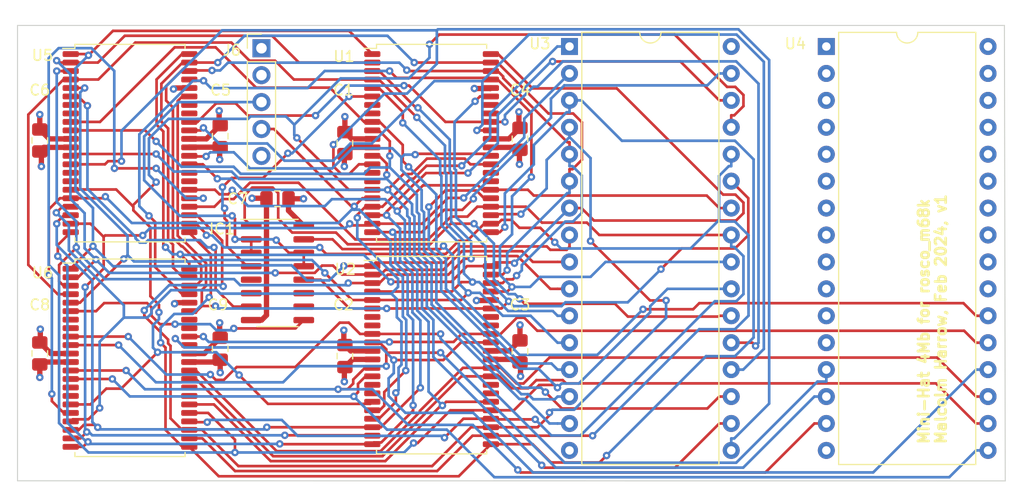
<source format=kicad_pcb>
(kicad_pcb (version 20240108) (generator "pcbnew") (generator_version "8.0")
  (layers (0 "F.Cu" signal) (1 "In1.Cu" power) (2 "In2.Cu" power) (31 "B.Cu" signal) (34 "B.Paste" user) (35 "F.Paste" user) (36 "B.SilkS" user "B.Silkscreen") (37 "F.SilkS" user "F.Silkscreen") (38 "B.Mask" user) (39 "F.Mask" user) (44 "Edge.Cuts" user))
  (net 0 "")
  (net 1 "+5V")
  (net 2 "GND")
  (net 3 "EXPSEL")
  (net 4 "A20")
  (net 5 "A21")
  (net 6 "A22")
  (net 7 "A23")
  (net 8 "A19")
  (net 9 "A17")
  (net 10 "A15")
  (net 11 "A13")
  (net 12 "A8")
  (net 13 "A7")
  (net 14 "A6")
  (net 15 "A5")
  (net 16 "A4")
  (net 17 "A3")
  (net 18 "A2")
  (net 19 "A1")
  (net 20 "D0")
  (net 21 "D1")
  (net 22 "D2")
  (net 23 "D3")
  (net 24 "D4")
  (net 25 "D5")
  (net 26 "D6")
  (net 27 "D7")
  (net 28 "ODDRAMSEL")
  (net 29 "A11")
  (net 30 "WR")
  (net 31 "A12")
  (net 32 "A10")
  (net 33 "A9")
  (net 34 "A14")
  (net 36 "A18")
  (net 37 "A16")
  (net 46 "EVENRAMSEL")
  (net 53 "D8")
  (net 54 "D9")
  (net 55 "D10")
  (net 56 "D11")
  (net 57 "D12")
  (net 58 "D13")
  (net 59 "D14")
  (net 60 "D15")
  (net 62 "RW")
  (net 84 "ODDRAMSEL1")
  (net 87 "ODDRAMSEL2")
  (net 88 "EVENRAMSEL2")
  (net 91 "EVENRAMSEL1")
  (footprint "Connector_PinHeader_2.54mm:PinHeader_1x05_P2.54mm_Vertical" (layer "F.Cu") (at 58.638 52.55)
    (property "Reference" "J6")
    (property "Value" "Conn_01x05")
  )
  (footprint "Capacitor_SMD:C_0805_2012Metric_Pad1.18x1.45mm_HandSolder" (layer "F.Cu") (at 37.75 61.25 -90)
    (property "Reference" "C6")
    (property "Value" "100nF")
  )
  (footprint "Package_SO:TSOP-II-44_10.16x18.41mm_P0.8mm" (layer "F.Cu") (at 46.25 81.75)
    (property "Reference" "U6")
    (property "Value" "AS6C8008-55ZIN")
  )
  (footprint "Package_DIP:DIP-32_W15.24mm" (layer "F.Cu") (at 111.867 52.387)
    (property "Reference" "U4")
    (property "Value" "AS6C4008-55PCN")
  )
  (footprint "Capacitor_SMD:C_0805_2012Metric_Pad1.18x1.45mm_HandSolder" (layer "F.Cu") (at 83 61.0955 90)
    (property "Reference" "C4")
    (property "Value" "100nF")
  )
  (footprint "Capacitor_SMD:C_0805_2012Metric_Pad1.18x1.45mm_HandSolder" (layer "F.Cu") (at 83 81.146 90)
    (property "Reference" "C3")
    (property "Value" "100nF")
  )
  (footprint "Package_SO:TSOP-II-44_10.16x18.41mm_P0.8mm" (layer "F.Cu") (at 74.67 61.5)
    (property "Reference" "U1")
    (property "Value" "AS6C8008-55ZIN")
  )
  (footprint "Capacitor_SMD:C_0805_2012Metric_Pad1.18x1.45mm_HandSolder" (layer "F.Cu") (at 54.75 80.896 90)
    (property "Reference" "C9")
    (property "Value" "100nF")
  )
  (footprint "Capacitor_SMD:C_0805_2012Metric_Pad1.18x1.45mm_HandSolder" (layer "F.Cu") (at 54.75 60.8455 90)
    (property "Reference" "C5")
    (property "Value" "100nF")
  )
  (footprint "Package_DIP:DIP-32_W15.24mm" (layer "F.Cu") (at 87.667 52.387)
    (property "Reference" "U3")
    (property "Value" "AS6C4008-55PCN")
  )
  (footprint "Capacitor_SMD:C_0805_2012Metric_Pad1.18x1.45mm_HandSolder" (layer "F.Cu") (at 66.5 81.5895 -90)
    (property "Reference" "C2")
    (property "Value" "100nF")
  )
  (footprint "Capacitor_SMD:C_0805_2012Metric_Pad1.18x1.45mm_HandSolder" (layer "F.Cu") (at 60.15 66.75 180)
    (property "Reference" "C7")
    (property "Value" "100nF")
  )
  (footprint "Capacitor_SMD:C_0805_2012Metric_Pad1.18x1.45mm_HandSolder" (layer "F.Cu") (at 66.5 61.5 -90)
    (property "Reference" "C1")
    (property "Value" "100nF")
  )
  (footprint "Package_SO:SOIC-16_3.9x9.9mm_P1.27mm" (layer "F.Cu") (at 60.15 73.75)
    (property "Reference" "IC1")
    (property "Value" "SN74HCS139DR")
  )
  (footprint "Package_SO:TSOP-II-44_10.16x18.41mm_P0.8mm" (layer "F.Cu") (at 74.67 81.5)
    (property "Reference" "U2")
    (property "Value" "AS6C8008-55ZIN")
  )
  (footprint "Capacitor_SMD:C_0805_2012Metric_Pad1.18x1.45mm_HandSolder" (layer "F.Cu") (at 37.75 81.3395 -90)
    (property "Reference" "C8")
    (property "Value" "100nF")
  )
  (footprint "Package_SO:TSOP-II-44_10.16x18.41mm_P0.8mm" (layer "F.Cu") (at 46.25 61.5)
    (property "Reference" "U5")
    (property "Value" "AS6C8008-55ZIN")
  )
  (gr_line (start 128.65 50.4) (end 35.65 50.4) (stroke (width 0.1)) (layer "Edge.Cuts"))
  (gr_line (start 35.65 50.4) (end 35.65 93.35) (stroke (width 0.1)) (layer "Edge.Cuts"))
  (gr_line (start 128.65 50.4) (end 128.73 93.36) (stroke (width 0.1)) (layer "Edge.Cuts"))
  (gr_line (start 128.73 93.36) (end 35.65 93.35) (stroke (width 0.1)) (layer "Edge.Cuts"))
  (gr_text "Mini-Hat 4Mb for rosco_m68k\nMalcolm Harrow, Feb 2024, v1" (at 123.25 90 90) (layer "F.SilkS") (effects (font (size 1 1) (thickness 0.25) (bold yes)) (justify left bottom)))
  (segment (start 78.7 56.35) (end 80.2075 56.35) (width 0.5) (layer "F.Cu") (net 1))
  (segment (start 54.7 63.05) (end 54.7 61.933) (width 0.5) (layer "F.Cu") (net 1))
  (segment (start 38.6375 61.1) (end 40.6625 61.1) (width 0.5) (layer "F.Cu") (net 1))
  (segment (start 37.75 58.8) (end 37.75 60.2125) (width 0.5) (layer "F.Cu") (net 1))
  (segment (start 51.8545 61.883) (end 51.8375 61.9) (width 0.5) (layer "F.Cu") (net 1))
  (segment (start 50.45 56.3) (end 50.35 56.4) (width 0.5) (layer "F.Cu") (net 1))
  (segment (start 37.8 79.05) (end 37.8 80.252) (width 0.5) (layer "F.Cu") (net 1))
  (segment (start 37.75 60.2125) (end 38.6375 61.1) (width 0.5) (layer "F.Cu") (net 1))
  (segment (start 66.5 60.4625) (end 67.1375 61.1) (width 0.5) (layer "F.Cu") (net 1))
  (segment (start 83.05 83.5) (end 83.05 82.2335) (width 0.5) (layer "F.Cu") (net 1))
  (segment (start 80.2075 76.35) (end 80.2575 76.3) (width 0.5) (layer "F.Cu") (net 1))
  (segment (start 67.1375 61.1) (end 69.0825 61.1) (width 0.5) (layer "F.Cu") (net 1))
  (segment (start 83 62.133) (end 82.767 61.9) (width 0.5) (layer "F.Cu") (net 1))
  (segment (start 67.048 81.1) (end 69.0825 81.1) (width 0.5) (layer "F.Cu") (net 1))
  (segment (start 66.4 79.15) (end 66.4 80.452) (width 0.5) (layer "F.Cu") (net 1))
  (segment (start 50.55 76.55) (end 51.8375 76.55) (width 0.5) (layer "F.Cu") (net 1))
  (segment (start 37.8 80.252) (end 37.75 80.302) (width 0.5) (layer "F.Cu") (net 1))
  (segment (start 66.5 80.552) (end 67.048 81.1) (width 0.5) (layer "F.Cu") (net 1))
  (segment (start 82.95 62.183) (end 83 62.133) (width 0.5) (layer "F.Cu") (net 1))
  (segment (start 62.6 66.75) (end 61.1875 66.75) (width 0.5) (layer "F.Cu") (net 1))
  (segment (start 38.798 81.35) (end 40.6625 81.35) (width 0.5) (layer "F.Cu") (net 1))
  (segment (start 54.75 61.883) (end 51.8545 61.883) (width 0.5) (layer "F.Cu") (net 1))
  (segment (start 83.05 82.2335) (end 83 82.1835) (width 0.5) (layer "F.Cu") (net 1))
  (segment (start 54.75 81.9335) (end 54.5335 82.15) (width 0.5) (layer "F.Cu") (net 1))
  (segment (start 54.7 61.933) (end 54.75 61.883) (width 0.5) (layer "F.Cu") (net 1))
  (segment (start 61.1875 67.8675) (end 62.625 69.305) (width 0.5) (layer "F.Cu") (net 1))
  (segment (start 80.2075 56.35) (end 80.2575 56.3) (width 0.5) (layer "F.Cu") (net 1))
  (segment (start 51.8375 56.3) (end 50.45 56.3) (width 0.5) (layer "F.Cu") (net 1))
  (segment (start 78.9 76.35) (end 80.2075 76.35) (width 0.5) (layer "F.Cu") (net 1))
  (segment (start 50.45 76.65) (end 50.55 76.55) (width 0.5) (layer "F.Cu") (net 1))
  (segment (start 54.5335 82.15) (end 51.8375 82.15) (width 0.5) (layer "F.Cu") (net 1))
  (segment (start 82.7165 81.9) (end 80.2575 81.9) (width 0.5) (layer "F.Cu") (net 1))
  (segment (start 82.95 63.5) (end 82.95 62.183) (width 0.5) (layer "F.Cu") (net 1))
  (segment (start 61.1875 66.75) (end 61.1875 67.8675) (width 0.5) (layer "F.Cu") (net 1))
  (segment (start 66.5 59) (end 66.5 60.4625) (width 0.5) (layer "F.Cu") (net 1))
  (segment (start 83 82.1835) (end 82.7165 81.9) (width 0.5) (layer "F.Cu") (net 1))
  (segment (start 82.767 61.9) (end 80.2575 61.9) (width 0.5) (layer "F.Cu") (net 1))
  (segment (start 37.75 80.302) (end 38.798 81.35) (width 0.5) (layer "F.Cu") (net 1))
  (segment (start 66.4 80.452) (end 66.5 80.552) (width 0.5) (layer "F.Cu") (net 1))
  (segment (start 54.75 83.15) (end 54.75 81.9335) (width 0.5) (layer "F.Cu") (net 1))
  (via (at 78.7 56.35) (size 0.7) (drill 0.3) (layers "F.Cu" "B.Cu") (net 1))
  (via (at 37.8 79.05) (size 0.7) (drill 0.3) (layers "F.Cu" "B.Cu") (net 1))
  (via (at 83.05 83.5) (size 0.7) (drill 0.3) (layers "F.Cu" "B.Cu") (net 1))
  (via (at 66.5 59) (size 0.7) (drill 0.3) (layers "F.Cu" "B.Cu") (net 1))
  (via (at 50.35 56.4) (size 0.7) (drill 0.3) (layers "F.Cu" "B.Cu") (net 1))
  (via (at 82.95 63.5) (size 0.7) (drill 0.3) (layers "F.Cu" "B.Cu") (net 1))
  (via (at 50.45 76.65) (size 0.7) (drill 0.3) (layers "F.Cu" "B.Cu") (net 1))
  (via (at 78.9 76.35) (size 0.7) (drill 0.3) (layers "F.Cu" "B.Cu") (net 1))
  (via (at 62.6 66.75) (size 0.7) (drill 0.3) (layers "F.Cu" "B.Cu") (net 1))
  (via (at 66.4 79.15) (size 0.7) (drill 0.3) (layers "F.Cu" "B.Cu") (net 1))
  (via (at 54.75 83.15) (size 0.7) (drill 0.3) (layers "F.Cu" "B.Cu") (net 1))
  (via (at 37.75 58.8) (size 0.7) (drill 0.3) (layers "F.Cu" "B.Cu") (net 1))
  (via (at 54.7 63.05) (size 0.7) (drill 0.3) (layers "F.Cu" "B.Cu") (net 1))
  (segment (start 37.75 62.2875) (end 38.1375 61.9) (width 0.5) (layer "F.Cu") (net 2))
  (segment (start 53.2585 81.35) (end 51.8375 81.35) (width 0.5) (layer "F.Cu") (net 2))
  (segment (start 83 60.058) (end 81.958 61.1) (width 0.5) (layer "F.Cu") (net 2))
  (segment (start 66.5 82.627) (end 67.227 81.9) (width 0.5) (layer "F.Cu") (net 2))
  (segment (start 83 80.1085) (end 82.0085 81.1) (width 0.5) (layer "F.Cu") (net 2))
  (segment (start 67.227 81.9) (end 69.0825 81.9) (width 0.5) (layer "F.Cu") (net 2))
  (segment (start 66.5 62.5375) (end 67.1375 61.9) (width 0.5) (layer "F.Cu") (net 2))
  (segment (start 54.75 79.8585) (end 53.2585 81.35) (width 0.5) (layer "F.Cu") (net 2))
  (segment (start 81.958 61.1) (end 80.2575 61.1) (width 0.5) (layer "F.Cu") (net 2))
  (segment (start 83 78.65) (end 83 80.1085) (width 0.5) (layer "F.Cu") (net 2))
  (segment (start 54.7 78.45) (end 54.7 79.8085) (width 0.5) (layer "F.Cu") (net 2))
  (segment (start 82.0085 81.1) (end 80.2575 81.1) (width 0.5) (layer "F.Cu") (net 2))
  (segment (start 37.75 82.377) (end 37.977 82.15) (width 0.5) (layer "F.Cu") (net 2))
  (segment (start 66.45 63.7) (end 66.45 62.5875) (width 0.5) (layer "F.Cu") (net 2))
  (segment (start 59.1125 66.75) (end 59.1125 77.7325) (width 0.5) (layer "F.Cu") (net 2))
  (segment (start 82.9 59.958) (end 83 60.058) (width 0.5) (layer "F.Cu") (net 2))
  (segment (start 54.65 59.708) (end 54.75 59.808) (width 0.5) (layer "F.Cu") (net 2))
  (segment (start 82.9 58.55) (end 82.9 59.958) (width 0.5) (layer "F.Cu") (net 2))
  (segment (start 57.75 66.7) (end 59.0625 66.7) (width 0.5) (layer "F.Cu") (net 2))
  (segment (start 59.1125 77.7325) (end 58.65 78.195) (width 0.5) (layer "F.Cu") (net 2))
  (segment (start 67.1375 61.9) (end 69.0825 61.9) (width 0.5) (layer "F.Cu") (net 2))
  (segment (start 53.458 61.1) (end 51.8375 61.1) (width 0.5) (layer "F.Cu") (net 2))
  (segment (start 37.75 83.6) (end 37.75 82.377) (width 0.5) (layer "F.Cu") (net 2))
  (segment (start 59.0625 66.7) (end 59.1125 66.75) (width 0.5) (layer "F.Cu") (net 2))
  (segment (start 37.9 63.7) (end 37.9 62.4375) (width 0.5) (layer "F.Cu") (net 2))
  (segment (start 66.45 82.677) (end 66.5 82.627) (width 0.5) (layer "F.Cu") (net 2))
  (segment (start 66.45 62.5875) (end 66.5 62.5375) (width 0.5) (layer "F.Cu") (net 2))
  (segment (start 37.977 82.15) (end 40.6625 82.15) (width 0.5) (layer "F.Cu") (net 2))
  (segment (start 38.1375 61.9) (end 40.6625 61.9) (width 0.5) (layer "F.Cu") (net 2))
  (segment (start 66.45 84) (end 66.45 82.677) (width 0.5) (layer "F.Cu") (net 2))
  (segment (start 54.7 79.8085) (end 54.75 79.8585) (width 0.5) (layer "F.Cu") (net 2))
  (segment (start 37.9 62.4375) (end 37.75 62.2875) (width 0.5) (layer "F.Cu") (net 2))
  (segment (start 58.65 78.195) (end 57.675 78.195) (width 0.5) (layer "F.Cu") (net 2))
  (segment (start 54.75 59.808) (end 53.458 61.1) (width 0.5) (layer "F.Cu") (net 2))
  (segment (start 54.65 58.45) (end 54.65 59.708) (width 0.5) (layer "F.Cu") (net 2))
  (via (at 82.9 58.55) (size 0.7) (drill 0.3) (layers "F.Cu" "B.Cu") (net 2))
  (via (at 57.75 66.7) (size 0.7) (drill 0.3) (layers "F.Cu" "B.Cu") (net 2))
  (via (at 37.75 83.6) (size 0.7) (drill 0.3) (layers "F.Cu" "B.Cu") (net 2))
  (via (at 66.45 84) (size 0.7) (drill 0.3) (layers "F.Cu" "B.Cu") (net 2))
  (via (at 66.45 63.7) (size 0.7) (drill 0.3) (layers "F.Cu" "B.Cu") (net 2))
  (via (at 54.7 78.45) (size 0.7) (drill 0.3) (layers "F.Cu" "B.Cu") (net 2))
  (via (at 37.9 63.7) (size 0.7) (drill 0.3) (layers "F.Cu" "B.Cu") (net 2))
  (via (at 54.65 58.45) (size 0.7) (drill 0.3) (layers "F.Cu" "B.Cu") (net 2))
  (via (at 83 78.65) (size 0.7) (drill 0.3) (layers "F.Cu" "B.Cu") (net 2))
  (segment (start 67.3823 67.4657) (end 67.1106 67.4657) (width 0.25) (layer "F.Cu") (net 4))
  (segment (start 67.1106 67.4657) (end 59.8149 60.17) (width 0.25) (layer "F.Cu") (net 4))
  (segment (start 39.6491 66.7) (end 40.6625 66.7) (width 0.25) (layer "F.Cu") (net 4))
  (segment (start 69.0825 66.7) (end 68.148 66.7) (width 0.25) (layer "F.Cu") (net 4))
  (segment (start 40.6625 66.7) (end 43.7815 66.7) (width 0.25) (layer "F.Cu") (net 4))
  (segment (start 70.2109 84.9831) (end 70.2109 86.2628) (width 0.25) (layer "F.Cu") (net 4))
  (segment (start 38.6059 67.7432) (end 39.6491 66.7) (width 0.25) (layer "F.Cu") (net 4))
  (segment (start 38.8859 85.16) (end 38.8859 85.8349) (width 0.25) (layer "F.Cu") (net 4))
  (segment (start 72.2373 82.9567) (end 70.2109 84.9831) (width 0.25) (layer "F.Cu") (net 4))
  (segment (start 43.7815 66.7) (end 43.9313 66.5502) (width 0.25) (layer "F.Cu") (net 4))
  (segment (start 38.6059 73.9639) (end 38.6059 67.7432) (width 0.25) (layer "F.Cu") (net 4))
  (segment (start 68.148 66.7) (end 67.3823 67.4657) (width 0.25) (layer "F.Cu") (net 4))
  (segment (start 70.2109 86.2628) (end 69.7737 86.7) (width 0.25) (layer "F.Cu") (net 4))
  (segment (start 38.8859 85.8349) (end 40.001 86.95) (width 0.25) (layer "F.Cu") (net 4))
  (segment (start 69.7737 86.7) (end 69.0825 86.7) (width 0.25) (layer "F.Cu") (net 4))
  (segment (start 58.638 60.17) (end 59.8149 60.17) (width 0.25) (layer "F.Cu") (net 4))
  (segment (start 40.001 86.95) (end 40.6625 86.95) (width 0.25) (layer "F.Cu") (net 4))
  (via (at 43.9313 66.5502) (size 0.7) (drill 0.3) (layers "F.Cu" "B.Cu") (net 4))
  (via (at 38.6059 73.9639) (size 0.7) (drill 0.3) (layers "F.Cu" "B.Cu") (net 4))
  (via (at 72.2373 82.9567) (size 0.7) (drill 0.3) (layers "F.Cu" "B.Cu") (net 4))
  (via (at 67.3823 67.4657) (size 0.7) (drill 0.3) (layers "F.Cu" "B.Cu") (net 4))
  (via (at 38.8859 85.16) (size 0.7) (drill 0.3) (layers "F.Cu" "B.Cu") (net 4))
  (segment (start 71.9596 74.1185) (end 71.9596 77.8523) (width 0.25) (layer "B.Cu") (net 4))
  (segment (start 72.2822 82.9118) (end 72.2373 82.9567) (width 0.25) (layer "B.Cu") (net 4))
  (segment (start 38.8859 85.16) (end 38.8859 74.2439) (width 0.25) (layer "B.Cu") (net 4))
  (segment (start 70.7945 72.9534) (end 71.9596 74.1185) (width 0.25) (layer "B.Cu") (net 4))
  (segment (start 65.8806 69.0366) (end 67.1391 67.7781) (width 0.25) (layer "B.Cu") (net 4))
  (segment (start 70.7945 70.7152) (end 70.7945 72.9534) (width 0.25) (layer "B.Cu") (net 4))
  (segment (start 72.2822 78.1749) (end 72.2822 82.9118) (width 0.25) (layer "B.Cu") (net 4))
  (segment (start 43.9313 66.5502) (end 46.4177 69.0366) (width 0.25) (layer "B.Cu") (net 4))
  (segment (start 67.3823 67.7781) (end 67.3823 67.4657) (width 0.25) (layer "B.Cu") (net 4))
  (segment (start 46.4177 69.0366) (end 65.8806 69.0366) (width 0.25) (layer "B.Cu") (net 4))
  (segment (start 67.8574 67.7781) (end 70.7945 70.7152) (width 0.25) (layer "B.Cu") (net 4))
  (segment (start 67.3823 67.7781) (end 67.8574 67.7781) (width 0.25) (layer "B.Cu") (net 4))
  (segment (start 38.8859 74.2439) (end 38.6059 73.9639) (width 0.25) (layer "B.Cu") (net 4))
  (segment (start 71.9596 77.8523) (end 72.2822 78.1749) (width 0.25) (layer "B.Cu") (net 4))
  (segment (start 67.1391 67.7781) (end 67.3823 67.7781) (width 0.25) (layer "B.Cu") (net 4))
  (segment (start 62.625 71.845) (end 61.2193 71.845) (width 0.25) (layer "F.Cu") (net 5))
  (segment (start 61.2193 71.845) (end 60.0292 70.6549) (width 0.25) (layer "F.Cu") (net 5))
  (segment (start 56.1408 68.6233) (end 55.8727 68.3552) (width 0.25) (layer "F.Cu") (net 5))
  (segment (start 57.675 70.575) (end 57.675 71.845) (width 0.25) (layer "F.Cu") (net 5))
  (segment (start 57.675 70.575) (end 56.1408 70.575) (width 0.25) (layer "F.Cu") (net 5))
  (segment (start 62.625 71.845) (end 62.625 73.115) (width 0.25) (layer "F.Cu") (net 5))
  (segment (start 56.1408 70.575) (end 56.1408 68.6233) (width 0.25) (layer "F.Cu") (net 5))
  (via (at 60.0292 70.6549) (size 0.7) (drill 0.3) (layers "F.Cu" "B.Cu") (net 5))
  (via (at 56.1408 70.575) (size 0.7) (drill 0.3) (layers "F.Cu" "B.Cu") (net 5))
  (via (at 55.8727 68.3552) (size 0.7) (drill 0.3) (layers "F.Cu" "B.Cu") (net 5))
  (segment (start 56.1408 70.575) (end 59.9493 70.575) (width 0.25) (layer "B.Cu") (net 5))
  (segment (start 47.586 60.8708) (end 47.586 65.0103) (width 0.25) (layer "B.Cu") (net 5))
  (segment (start 59.9493 70.575) (end 60.0292 70.6549) (width 0.25) (layer "B.Cu") (net 5))
  (segment (start 50.8268 57.63) (end 47.586 60.8708) (width 0.25) (layer "B.Cu") (net 5))
  (segment (start 58.638 57.63) (end 50.8268 57.63) (width 0.25) (layer "B.Cu") (net 5))
  (segment (start 47.586 65.0103) (end 50.9309 68.3552) (width 0.25) (layer "B.Cu") (net 5))
  (segment (start 50.9309 68.3552) (end 55.8727 68.3552) (width 0.25) (layer "B.Cu") (net 5))
  (segment (start 69.0825 67.5) (end 70.0333 67.5) (width 0.25) (layer "F.Cu") (net 8))
  (segment (start 39.3088 68.0656) (end 39.8744 67.5) (width 0.25) (layer "F.Cu") (net 8))
  (segment (start 71.3014 85.9102) (end 71.3014 85.0557) (width 0.25) (layer "F.Cu") (net 8))
  (segment (start 69.0825 67.5) (end 68.432 67.5) (width 0.25) (layer "F.Cu") (net 8))
  (segment (start 69.7116 87.5) (end 71.3014 85.9102) (width 0.25) (layer "F.Cu") (net 8))
  (segment (start 70.0333 67.5) (end 72.6681 64.8652) (width 0.25) (layer "F.Cu") (net 8))
  (segment (start 42.3249 87.5524) (end 40.8601 87.5524) (width 0.25) (layer "F.Cu") (net 8))
  (segment (start 69.0825 87.5) (end 69.7116 87.5) (width 0.25) (layer "F.Cu") (net 8))
  (segment (start 67.6666 68.2654) (end 67.6666 68.5446) (width 0.25) (layer "F.Cu") (net 8))
  (segment (start 39.8744 67.5) (end 40.6625 67.5) (width 0.25) (layer "F.Cu") (net 8))
  (segment (start 68.432 67.5) (end 67.6666 68.2654) (width 0.25) (layer "F.Cu") (net 8))
  (segment (start 43.3913 86.486) (end 42.3249 87.5524) (width 0.25) (layer "F.Cu") (net 8))
  (segment (start 72.9684 64.8652) (end 74.1964 63.6372) (width 0.25) (layer "F.Cu") (net 8))
  (segment (start 77.5101 63.6372) (end 77.5101 63.6371) (width 0.25) (layer "F.Cu") (net 8))
  (segment (start 72.6681 64.8652) (end 72.9684 64.8652) (width 0.25) (layer "F.Cu") (net 8))
  (segment (start 40.8601 87.5524) (end 40.6625 87.75) (width 0.25) (layer "F.Cu") (net 8))
  (segment (start 74.1964 63.6372) (end 77.5101 63.6372) (width 0.25) (layer "F.Cu") (net 8))
  (via (at 77.5101 63.6371) (size 0.7) (drill 0.3) (layers "F.Cu" "B.Cu") (net 8))
  (via (at 67.6666 68.5446) (size 0.7) (drill 0.3) (layers "F.Cu" "B.Cu") (net 8))
  (via (at 71.3014 85.0557) (size 0.7) (drill 0.3) (layers "F.Cu" "B.Cu") (net 8))
  (via (at 43.3913 86.486) (size 0.7) (drill 0.3) (layers "F.Cu" "B.Cu") (net 8))
  (via (at 39.3088 68.0656) (size 0.7) (drill 0.3) (layers "F.Cu" "B.Cu") (net 8))
  (segment (start 45.6711 77.9573) (end 47.8793 77.9573) (width 0.25) (layer "B.Cu") (net 8))
  (segment (start 43.3913 80.2371) (end 43.3913 86.486) (width 0.25) (layer "B.Cu") (net 8))
  (segment (start 87.667 52.387) (end 86.5152 52.387) (width 0.25) (layer "B.Cu") (net 8))
  (segment (start 86.5152 52.387) (end 80.1879 58.7143) (width 0.25) (layer "B.Cu") (net 8))
  (segment (start 71.5077 75.0659) (end 70.8758 75.6978) (width 0.25) (layer "B.Cu") (net 8))
  (segment (start 40.4894 69.2462) (end 39.3088 68.0656) (width 0.25) (layer "B.Cu") (net 8))
  (segment (start 71.3935 76.2155) (end 71.3935 77.9253) (width 0.25) (layer "B.Cu") (net 8))
  (segment (start 54.7639 75.6978) (end 70.8758 75.6978) (width 0.25) (layer "B.Cu") (net 8))
  (segment (start 54.4385 75.3724) (end 54.7639 75.6978) (width 0.25) (layer "B.Cu") (net 8))
  (segment (start 80.1879 60.9593) (end 77.5101 63.6371) (width 0.25) (layer "B.Cu") (net 8))
  (segment (start 45.6711 77.9573) (end 43.3913 80.2371) (width 0.25) (layer "B.Cu") (net 8))
  (segment (start 71.8303 78.3621) (end 71.8303 82.4065) (width 0.25) (layer "B.Cu") (net 8))
  (segment (start 71.5591 84.798) (end 71.3014 85.0557) (width 0.25) (layer "B.Cu") (net 8))
  (segment (start 48.2758 77.5608) (end 48.2758 77.205) (width 0.25) (layer "B.Cu") (net 8))
  (segment (start 70.8758 75.6978) (end 71.3935 76.2155) (width 0.25) (layer "B.Cu") (net 8))
  (segment (start 47.8793 77.9573) (end 48.2758 77.5608) (width 0.25) (layer "B.Cu") (net 8))
  (segment (start 71.8303 82.4065) (end 71.5591 82.6777) (width 0.25) (layer "B.Cu") (net 8))
  (segment (start 50.1084 75.3724) (end 54.4385 75.3724) (width 0.25) (layer "B.Cu") (net 8))
  (segment (start 67.6666 70.4646) (end 71.5077 74.3057) (width 0.25) (layer "B.Cu") (net 8))
  (segment (start 71.5591 82.6777) (end 71.5591 84.798) (width 0.25) (layer "B.Cu") (net 8))
  (segment (start 71.5077 74.3057) (end 71.5077 75.0659) (width 0.25) (layer "B.Cu") (net 8))
  (segment (start 45.6711 77.9573) (end 45.6711 76.7958) (width 0.25) (layer "B.Cu") (net 8))
  (segment (start 80.1879 58.7143) (end 80.1879 60.9593) (width 0.25) (layer "B.Cu") (net 8))
  (segment (start 40.4894 71.6141) (end 40.4894 69.2462) (width 0.25) (layer "B.Cu") (net 8))
  (segment (start 48.2758 77.205) (end 50.1084 75.3724) (width 0.25) (layer "B.Cu") (net 8))
  (segment (start 71.3935 77.9253) (end 71.8303 78.3621) (width 0.25) (layer "B.Cu") (net 8))
  (segment (start 45.6711 76.7958) (end 40.4894 71.6141) (width 0.25) (layer "B.Cu") (net 8))
  (segment (start 67.6666 68.5446) (end 67.6666 70.4646) (width 0.25) (layer "B.Cu") (net 8))
  (segment (start 43.7676 73.3397) (end 43.7676 70.3495) (width 0.25) (layer "F.Cu") (net 9))
  (segment (start 69.0433 89.0608) (end 60.8379 89.0608) (width 0.25) (layer "F.Cu") (net 9))
  (segment (start 42.0208 75.0865) (end 43.7676 73.3397) (width 0.25) (layer "F.Cu") (net 9))
  (segment (start 43.7676 70.3495) (end 42.5181 69.1) (width 0.25) (layer "F.Cu") (net 9))
  (segment (start 69.0825 69.1) (end 73.789 69.1) (width 0.25) (layer "F.Cu") (net 9))
  (segment (start 47.453 70.2056) (end 43.9115 70.2056) (width 0.25) (layer "F.Cu") (net 9))
  (segment (start 69.0825 89.1) (end 69.0433 89.0608) (width 0.25) (layer "F.Cu") (net 9))
  (segment (start 69.0825 69.1) (end 68.9219 69.2606) (width 0.25) (layer "F.Cu") (net 9))
  (segment (start 41.5799 89.35) (end 42.1771 88.7528) (width 0.25) (layer "F.Cu") (net 9))
  (segment (start 42.5181 69.1) (end 40.6625 69.1) (width 0.25) (layer "F.Cu") (net 9))
  (segment (start 68.9219 69.2606) (end 67.1069 69.2606) (width 0.25) (layer "F.Cu") (net 9))
  (segment (start 40.6625 89.35) (end 41.5799 89.35) (width 0.25) (layer "F.Cu") (net 9))
  (segment (start 67.1069 69.2606) (end 66.9543 69.108) (width 0.25) (layer "F.Cu") (net 9))
  (segment (start 73.789 69.1) (end 76.2185 66.6705) (width 0.25) (layer "F.Cu") (net 9))
  (segment (start 76.2185 66.6705) (end 77.6917 66.6705) (width 0.25) (layer "F.Cu") (net 9))
  (segment (start 43.9115 70.2056) (end 43.7676 70.3495) (width 0.25) (layer "F.Cu") (net 9))
  (via (at 66.9543 69.108) (size 0.7) (drill 0.3) (layers "F.Cu" "B.Cu") (net 9))
  (via (at 77.6917 66.6705) (size 0.7) (drill 0.3) (layers "F.Cu" "B.Cu") (net 9))
  (via (at 60.8379 89.0608) (size 0.7) (drill 0.3) (layers "F.Cu" "B.Cu") (net 9))
  (via (at 47.453 70.2056) (size 0.7) (drill 0.3) (layers "F.Cu" "B.Cu") (net 9))
  (via (at 42.1771 88.7528) (size 0.7) (drill 0.3) (layers "F.Cu" "B.Cu") (net 9))
  (via (at 42.0208 75.0865) (size 0.7) (drill 0.3) (layers "F.Cu" "B.Cu") (net 9))
  (segment (start 42.0208 88.5965) (end 42.0208 75.0865) (width 0.25) (layer "B.Cu") (net 9))
  (segment (start 87.6648 54.927) (end 85.7326 56.8592) (width 0.25) (layer "B.Cu") (net 9))
  (segment (start 48.1454 69.5132) (end 66.5491 69.5132) (width 0.25) (layer "B.Cu") (net 9))
  (segment (start 85.7326 56.8592) (end 85.7326 56.8593) (width 0.25) (layer "B.Cu") (net 9))
  (segment (start 60.8379 89.0608) (end 42.6929 89.0608) (width 0.25) (layer "B.Cu") (net 9))
  (segment (start 66.5491 69.5132) (end 66.9543 69.108) (width 0.25) (layer "B.Cu") (net 9))
  (segment (start 85.7326 56.8593) (end 85.7325 56.8593) (width 0.25) (layer "B.Cu") (net 9))
  (segment (start 87.667 54.927) (end 87.6648 54.927) (width 0.25) (layer "B.Cu") (net 9))
  (segment (start 85.7325 56.8593) (end 83.4007 59.1911) (width 0.25) (layer "B.Cu") (net 9))
  (segment (start 42.6929 89.0608) (end 42.3849 88.7528) (width 0.25) (layer "B.Cu") (net 9))
  (segment (start 47.453 70.2056) (end 48.1454 69.5132) (width 0.25) (layer "B.Cu") (net 9))
  (segment (start 83.4007 59.1911) (end 83.4007 60.9615) (width 0.25) (layer "B.Cu") (net 9))
  (segment (start 42.3849 88.7528) (end 42.1771 88.7528) (width 0.25) (layer "B.Cu") (net 9))
  (segment (start 83.4007 60.9615) (end 77.6917 66.6705) (width 0.25) (layer "B.Cu") (net 9))
  (segment (start 42.1771 88.7528) (end 42.0208 88.5965) (width 0.25) (layer "B.Cu") (net 9))
  (segment (start 53.865 75.8929) (end 53.7085 76.0494) (width 0.25) (layer "F.Cu") (net 10))
  (segment (start 51.8375 69.9688) (end 53.865 71.9963) (width 0.25) (layer "F.Cu") (net 10))
  (segment (start 91.159 90.9698) (end 90.5028 91.626) (width 0.25) (layer "F.Cu") (net 10))
  (segment (start 85.9224 91.626) (end 84.1964 89.9) (width 0.25) (layer "F.Cu") (net 10))
  (segment (start 77.2324 92.9251) (end 54.6126 92.9251) (width 0.25) (layer "F.Cu") (net 10))
  (segment (start 51.1895 90.15) (end 51.8375 90.15) (width 0.25) (layer "F.Cu") (net 10))
  (segment (start 84.1964 89.9) (end 80.2575 89.9) (width 0.25) (layer "F.Cu") (net 10))
  (segment (start 80.2575 69.9) (end 81.097 69.9) (width 0.25) (layer "F.Cu") (net 10))
  (segment (start 53.865 71.9963) (end 53.865 75.8929) (width 0.25) (layer "F.Cu") (net 10))
  (segment (start 51.8375 69.9) (end 51.8375 69.9688) (width 0.25) (layer "F.Cu") (net 10))
  (segment (start 49.1362 80.3289) (end 49.5966 80.7893) (width 0.25) (layer "F.Cu") (net 10))
  (segment (start 49.1362 80.3267) (end 49.1362 80.3289) (width 0.25) (layer "F.Cu") (net 10))
  (segment (start 49.5966 88.5571) (end 51.1895 90.15) (width 0.25) (layer "F.Cu") (net 10))
  (segment (start 80.2575 89.9) (end 77.2324 92.9251) (width 0.25) (layer "F.Cu") (net 10))
  (segment (start 81.097 69.9) (end 81.5729 69.4241) (width 0.25) (layer "F.Cu") (net 10))
  (segment (start 49.5966 80.7893) (end 49.5966 88.5571) (width 0.25) (layer "F.Cu") (net 10))
  (segment (start 90.5028 91.626) (end 85.9224 91.626) (width 0.25) (layer "F.Cu") (net 10))
  (segment (start 54.6126 92.9251) (end 51.8375 90.15) (width 0.25) (layer "F.Cu") (net 10))
  (via (at 81.5729 69.4241) (size 0.7) (drill 0.3) (layers "F.Cu" "B.Cu") (net 10))
  (via (at 91.159 90.9698) (size 0.7) (drill 0.3) (layers "F.Cu" "B.Cu") (net 10))
  (via (at 49.1362 80.3267) (size 0.7) (drill 0.3) (layers "F.Cu" "B.Cu") (net 10))
  (via (at 53.7085 76.0494) (size 0.7) (drill 0.3) (layers "F.Cu" "B.Cu") (net 10))
  (segment (start 87.667 57.467) (end 87.667 58.5939) (width 0.25) (layer "B.Cu") (net 10))
  (segment (start 100.5318 81.597) (end 103.2597 81.597) (width 0.25) (layer "B.Cu") (net 10))
  (segment (start 84.303 61.6762) (end 84.303 63.5122) (width 0.25) (layer "B.Cu") (net 10))
  (segment (start 103.2597 81.597) (end 105.0132 79.8435) (width 0.25) (layer "B.Cu") (net 10))
  (segment (start 92.6039 61.277) (end 88.7939 57.467) (width 0.25) (layer "B.Cu") (net 10))
  (segment (start 91.159 90.9698) (end 100.5318 81.597) (width 0.25) (layer "B.Cu") (net 10))
  (segment (start 84.303 63.5122) (end 81.5729 66.2423) (width 0.25) (layer "B.Cu") (net 10))
  (segment (start 52.1436 77.6143) (end 53.7085 76.0494) (width 0.25) (layer "B.Cu") (net 10))
  (segment (start 87.667 58.5939) (end 87.3853 58.5939) (width 0.25) (layer "B.Cu") (net 10))
  (segment (start 87.3853 58.5939) (end 84.303 61.6762) (width 0.25) (layer "B.Cu") (net 10))
  (segment (start 103.2597 61.277) (end 92.6039 61.277) (width 0.25) (layer "B.Cu") (net 10))
  (segment (start 105.0132 79.8435) (end 105.0132 63.0305) (width 0.25) (layer "B.Cu") (net 10))
  (segment (start 49.1362 80.3267) (end 49.1362 78.9003) (width 0.25) (layer "B.Cu") (net 10))
  (segment (start 87.667 57.467) (end 88.7939 57.467) (width 0.25) (layer "B.Cu") (net 10))
  (segment (start 50.4222 77.6143) (end 52.1436 77.6143) (width 0.25) (layer "B.Cu") (net 10))
  (segment (start 105.0132 63.0305) (end 103.2597 61.277) (width 0.25) (layer "B.Cu") (net 10))
  (segment (start 81.5729 66.2423) (end 81.5729 69.4241) (width 0.25) (layer "B.Cu") (net 10))
  (segment (start 49.1362 78.9003) (end 50.4222 77.6143) (width 0.25) (layer "B.Cu") (net 10))
  (segment (start 53.0508 88.55) (end 51.8375 88.55) (width 0.25) (layer "F.Cu") (net 11))
  (segment (start 80.2575 88.3) (end 78.3872 88.3) (width 0.25) (layer "F.Cu") (net 11))
  (segment (start 51.8375 88.55) (end 51.1572 88.55) (width 0.25) (layer "F.Cu") (net 11))
  (segment (start 49.8439 80.3975) (end 49.8439 80.034) (width 0.25) (layer "F.Cu") (net 11))
  (segment (start 74.7215 91.9657) (end 56.4665 91.9657) (width 0.25) (layer "F.Cu") (net 11))
  (segment (start 83.086 68.2007) (end 80.3568 68.2007) (width 0.25) (layer "F.Cu") (net 11))
  (segment (start 49.8439 80.034) (end 47.5977 77.7878) (width 0.25) (layer "F.Cu") (net 11))
  (segment (start 84.6575 88.3) (end 80.2575 88.3) (width 0.25) (layer "F.Cu") (net 11))
  (segment (start 50.0692 80.6228) (end 49.8439 80.3975) (width 0.25) (layer "F.Cu") (net 11))
  (segment (start 85.7752 86.9166) (end 85.7752 87.1823) (width 0.25) (layer "F.Cu") (net 11))
  (segment (start 54.9347 70.6976) (end 54.9347 74.9114) (width 0.25) (layer "F.Cu") (net 11))
  (segment (start 56.4665 91.9657) (end 53.0508 88.55) (width 0.25) (layer "F.Cu") (net 11))
  (segment (start 80.3568 68.2007) (end 80.2575 68.3) (width 0.25) (layer "F.Cu") (net 11))
  (segment (start 52.5371 68.3) (end 54.9347 70.6976) (width 0.25) (layer "F.Cu") (net 11))
  (segment (start 51.8375 68.3) (end 52.5371 68.3) (width 0.25) (layer "F.Cu") (net 11))
  (segment (start 54.9347 74.9114) (end 55.0328 75.0095) (width 0.25) (layer "F.Cu") (net 11))
  (segment (start 96.7676 76.3408) (end 95.2518 76.3408) (width 0.25) (layer "F.Cu") (net 11))
  (segment (start 78.3872 88.3) (end 74.7215 91.9657) (width 0.25) (layer "F.Cu") (net 11))
  (segment (start 95.2518 76.3408) (end 89.6477 70.7367) (width 0.25) (layer "F.Cu") (net 11))
  (segment (start 51.1572 88.55) (end 50.0692 87.462) (width 0.25) (layer "F.Cu") (net 11))
  (segment (start 50.0692 87.462) (end 50.0692 80.6228) (width 0.25) (layer "F.Cu") (net 11))
  (segment (start 47.5977 77.7878) (end 47.5977 77.2792) (width 0.25) (layer "F.Cu") (net 11))
  (segment (start 85.7752 87.1823) (end 84.6575 88.3) (width 0.25) (layer "F.Cu") (net 11))
  (via (at 89.6477 70.7367) (size 0.7) (drill 0.3) (layers "F.Cu" "B.Cu") (net 11))
  (via (at 85.7752 86.9166) (size 0.7) (drill 0.3) (layers "F.Cu" "B.Cu") (net 11))
  (via (at 83.086 68.2007) (size 0.7) (drill 0.3) (layers "F.Cu" "B.Cu") (net 11))
  (via (at 47.5977 77.2792) (size 0.7) (drill 0.3) (layers "F.Cu" "B.Cu") (net 11))
  (via (at 55.0328 75.0095) (size 0.7) (drill 0.3) (layers "F.Cu" "B.Cu") (net 11))
  (via (at 96.7676 76.3408) (size 0.7) (drill 0.3) (layers "F.Cu" "B.Cu") (net 11))
  (segment (start 85.5141 63.0844) (end 85.5141 65.7726) (width 0.25) (layer "B.Cu") (net 11))
  (segment (start 89.6477 62.9122) (end 87.667 60.9315) (width 0.25) (layer "B.Cu") (net 11))
  (segment (start 88.1001 86.651) (end 86.0408 86.651) (width 0.25) (layer "B.Cu") (net 11))
  (segment (start 87.667 60.007) (end 87.667 60.466) (width 0.25) (layer "B.Cu") (net 11))
  (segment (start 47.5978 77.2792) (end 47.5978 77.2439) (width 0.25) (layer "B.Cu") (net 11))
  (segment (start 49.9448 74.8969) (end 54.9202 74.8969) (width 0.25) (layer "B.Cu") (net 11))
  (segment (start 54.9202 74.8969) (end 55.0328 75.0095) (width 0.25) (layer "B.Cu") (net 11))
  (segment (start 85.5141 65.7726) (end 83.086 68.2007) (width 0.25) (layer "B.Cu") (net 11))
  (segment (start 87.667 60.9315) (end 87.667 60.466) (width 0.25) (layer "B.Cu") (net 11))
  (segment (start 47.5978 77.2439) (end 49.9448 74.8969) (width 0.25) (layer "B.Cu") (net 11))
  (segment (start 47.5977 77.2792) (end 47.5978 77.2792) (width 0.25) (layer "B.Cu") (net 11))
  (segment (start 96.7676 76.3408) (end 96.7676 77.9835) (width 0.25) (layer "B.Cu") (net 11))
  (segment (start 89.6477 70.7367) (end 89.6477 62.9122) (width 0.25) (layer "B.Cu") (net 11))
  (segment (start 87.667 60.9315) (end 85.5141 63.0844) (width 0.25) (layer "B.Cu") (net 11))
  (segment (start 86.0408 86.651) (end 85.7752 86.9166) (width 0.25) (layer "B.Cu") (net 11))
  (segment (start 96.7676 77.9835) (end 88.1001 86.651) (width 0.25) (layer "B.Cu") (net 11))
  (segment (start 49.6584 57.4893) (end 50.2956 58.1265) (width 0.25) (layer "F.Cu") (net 12))
  (segment (start 81.7142 74.3504) (end 81.3646 74.7) (width 0.25) (layer "F.Cu") (net 12))
  (segment (start 82.3263 74.3504) (end 81.7142 74.3504) (width 0.25) (layer "F.Cu") (net 12))
  (segment (start 87.4752 61.4201) (end 81.4181 55.363) (width 0.25) (layer "F.Cu") (net 12))
  (segment (start 49.6584 56.1197) (end 49.6584 57.4893) (width 0.25) (layer "F.Cu") (net 12))
  (segment (start 82.6792 73.9975) (end 82.3263 74.3504) (width 0.25) (layer "F.Cu") (net 12))
  (segment (start 52.9612 73.0098) (end 52.9612 74.4537) (width 0.25) (layer "F.Cu") (net 12))
  (segment (start 81.4181 55.363) (end 81.4181 55.2227) (width 0.25) (layer "F.Cu") (net 12))
  (segment (start 81.3646 74.7) (end 80.2575 74.7) (width 0.25) (layer "F.Cu") (net 12))
  (segment (start 51.0781 54.7) (end 49.6584 56.1197) (width 0.25) (layer "F.Cu") (net 12))
  (segment (start 80.2575 54.7) (end 72.4109 54.7) (width 0.25) (layer "F.Cu") (net 12))
  (segment (start 72.4109 54.7) (end 72.3295 54.6186) (width 0.25) (layer "F.Cu") (net 12))
  (segment (start 80.8954 54.7) (end 80.2575 54.7) (width 0.25) (layer "F.Cu") (net 12))
  (segment (start 50.2956 58.1265) (end 50.2956 70.4273) (width 0.25) (layer "F.Cu") (net 12))
  (segment (start 52.4649 74.95) (end 51.8375 74.95) (width 0.25) (layer "F.Cu") (net 12))
  (segment (start 87.667 61.4201) (end 87.4752 61.4201) (width 0.25) (layer "F.Cu") (net 12))
  (segment (start 87.667 62.547) (end 87.667 61.4201) (width 0.25) (layer "F.Cu") (net 12))
  (segment (start 51.1926 71.2412) (end 52.9612 73.0098) (width 0.25) (layer "F.Cu") (net 12))
  (segment (start 81.4181 55.2227) (end 80.8954 54.7) (width 0.25) (layer "F.Cu") (net 12))
  (segment (start 51.8932 54.6443) (end 53.9779 54.6443) (width 0.25) (layer "F.Cu") (net 12))
  (segment (start 50.2956 70.4273) (end 51.1095 71.2412) (width 0.25) (layer "F.Cu") (net 12))
  (segment (start 51.8375 54.7) (end 51.8932 54.6443) (width 0.25) (layer "F.Cu") (net 12))
  (segment (start 51.1095 71.2412) (end 51.1926 71.2412) (width 0.25) (layer "F.Cu") (net 12))
  (segment (start 52.9612 74.4537) (end 52.4649 74.95) (width 0.25) (layer "F.Cu") (net 12))
  (segment (start 51.8375 54.7) (end 51.0781 54.7) (width 0.25) (layer "F.Cu") (net 12))
  (via (at 53.9779 54.6443) (size 0.7) (drill 0.3) (layers "F.Cu" "B.Cu") (net 12))
  (via (at 82.6792 73.9975) (size 0.7) (drill 0.3) (layers "F.Cu" "B.Cu") (net 12))
  (via (at 72.3295 54.6186) (size 0.7) (drill 0.3) (layers "F.Cu" "B.Cu") (net 12))
  (segment (start 88.8204 64.5456) (end 88.8204 68.0771) (width 0.25) (layer "B.Cu") (net 12))
  (segment (start 87.667 62.547) (end 87.667 63.6739) (width 0.25) (layer "B.Cu") (net 12))
  (segment (start 83.1721 73.0004) (end 83.1721 73.5046) (width 0.25) (layer "B.Cu") (net 12))
  (segment (start 87.667 63.6739) (end 87.9487 63.6739) (width 0.25) (layer "B.Cu") (net 12))
  (segment (start 88.0005 68.897) (end 87.2755 68.897) (width 0.25) (layer "B.Cu") (net 12))
  (segment (start 87.2755 68.897) (end 83.1721 73.0004) (width 0.25) (layer "B.Cu") (net 12))
  (segment (start 53.9779 54.6443) (end 54.7487 54.6443) (width 0.25) (layer "B.Cu") (net 12))
  (segment (start 83.1721 73.5046) (end 82.6792 73.9975) (width 0.25) (layer "B.Cu") (net 12))
  (segment (start 87.9487 63.6739) (end 88.8204 64.5456) (width 0.25) (layer "B.Cu") (net 12))
  (segment (start 55.4829 53.9101) (end 71.621 53.9101) (width 0.25) (layer "B.Cu") (net 12))
  (segment (start 71.621 53.9101) (end 72.3295 54.6186) (width 0.25) (layer "B.Cu") (net 12))
  (segment (start 54.7487 54.6443) (end 55.4829 53.9101) (width 0.25) (layer "B.Cu") (net 12))
  (segment (start 88.8204 68.0771) (end 88.0005 68.897) (width 0.25) (layer "B.Cu") (net 12))
  (segment (start 87.667 63.9601) (end 87.9487 63.9601) (width 0.25) (layer "F.Cu") (net 13))
  (segment (start 54.5204 53.9) (end 51.8375 53.9) (width 0.25) (layer "F.Cu") (net 13))
  (segment (start 87.9487 63.9601) (end 88.8335 63.0753) (width 0.25) (layer "F.Cu") (net 13))
  (segment (start 51.8375 53.9) (end 51.2043 53.9) (width 0.25) (layer "F.Cu") (net 13))
  (segment (start 49.2065 55.8978) (end 49.2065 59.4797) (width 0.25) (layer "F.Cu") (net 13))
  (segment (start 49.2065 59.4797) (end 49.8437 60.1169) (width 0.25) (layer "F.Cu") (net 13))
  (segment (start 49.8437 70.6145) (end 50.3012 71.072) (width 0.25) (layer "F.Cu") (net 13))
  (segment (start 51.2175 74.15) (end 51.8375 74.15) (width 0.25) (layer "F.Cu") (net 13))
  (segment (start 88.8335 59.5317) (end 88.0089 58.7071) (width 0.25) (layer "F.Cu") (net 13))
  (segment (start 87.667 65.087) (end 87.667 63.9601) (width 0.25) (layer "F.Cu") (net 13))
  (segment (start 85.6846 58.7071) (end 80.8775 53.9) (width 0.25) (layer "F.Cu") (net 13))
  (segment (start 51.2043 53.9) (end 49.2065 55.8978) (width 0.25) (layer "F.Cu") (net 13))
  (segment (start 88.8335 63.0753) (end 88.8335 59.5317) (width 0.25) (layer "F.Cu") (net 13))
  (segment (start 80.2575 73.9) (end 81.3696 73.9) (width 0.25) (layer "F.Cu") (net 13))
  (segment (start 49.8437 60.1169) (end 49.8437 70.6145) (width 0.25) (layer "F.Cu") (net 13))
  (segment (start 80.2575 53.9) (end 73.0331 53.9) (width 0.25) (layer "F.Cu") (net 13))
  (segment (start 50.3012 73.2337) (end 51.2175 74.15) (width 0.25) (layer "F.Cu") (net 13))
  (segment (start 81.3696 73.9) (end 81.7889 73.4807) (width 0.25) (layer "F.Cu") (net 13))
  (segment (start 88.0089 58.7071) (end 85.6846 58.7071) (width 0.25) (layer "F.Cu") (net 13))
  (segment (start 80.8775 53.9) (end 80.2575 53.9) (width 0.25) (layer "F.Cu") (net 13))
  (segment (start 50.3012 71.072) (end 50.3012 73.2337) (width 0.25) (layer "F.Cu") (net 13))
  (via (at 81.7889 73.4807) (size 0.7) (drill 0.3) (layers "F.Cu" "B.Cu") (net 13))
  (via (at 73.0331 53.9) (size 0.7) (drill 0.3) (layers "F.Cu" "B.Cu") (net 13))
  (via (at 54.5204 53.9) (size 0.7) (drill 0.3) (layers "F.Cu" "B.Cu") (net 13))
  (segment (start 81.7889 71.8812) (end 81.7889 73.4807) (width 0.25) (layer "B.Cu") (net 13))
  (segment (start 87.667 65.087) (end 87.667 66.2139) (width 0.25) (layer "B.Cu") (net 13))
  (segment (start 87.4562 66.2139) (end 81.7889 71.8812) (width 0.25) (layer "B.Cu") (net 13))
  (segment (start 87.667 66.2139) (end 87.4562 66.2139) (width 0.25) (layer "B.Cu") (net 13))
  (segment (start 54.5204 53.9) (end 57.0473 51.3731) (width 0.25) (layer "B.Cu") (net 13))
  (segment (start 70.5062 51.3731) (end 73.0331 53.9) (width 0.25) (layer "B.Cu") (net 13))
  (segment (start 57.0473 51.3731) (end 70.5062 51.3731) (width 0.25) (layer "B.Cu") (net 13))
  (segment (start 103.3644 68.8016) (end 104.0586 68.1074) (width 0.25) (layer "F.Cu") (net 14))
  (segment (start 48.7546 59.7682) (end 49.3918 60.4054) (width 0.25) (layer "F.Cu") (net 14))
  (segment (start 51.1466 53.1) (end 48.7546 55.492) (width 0.25) (layer "F.Cu") (net 14))
  (segment (start 49.3918 60.4054) (end 49.3918 71.1199) (width 0.25) (layer "F.Cu") (net 14))
  (segment (start 80.6052 72.7523) (end 80.2575 73.1) (width 0.25) (layer "F.Cu") (net 14))
  (segment (start 51.8375 53.1) (end 51.1466 53.1) (width 0.25) (layer "F.Cu") (net 14))
  (segment (start 76.5319 74.584) (end 70.8286 74.584) (width 0.25) (layer "F.Cu") (net 14))
  (segment (start 78.0159 73.1) (end 76.5319 74.584) (width 0.25) (layer "F.Cu") (net 14))
  (segment (start 104.0586 67.1174) (end 103.2982 66.357) (width 0.25) (layer "F.Cu") (net 14))
  (segment (start 82.4023 72.7523) (end 80.6052 72.7523) (width 0.25) (layer "F.Cu") (net 14))
  (segment (start 92.1231 56.3383) (end 84.1747 56.3383) (width 0.25) (layer "F.Cu") (net 14))
  (segment (start 82.4792 72.8292) (end 82.4023 72.7523) (width 0.25) (layer "F.Cu") (net 14))
  (segment (start 84.1747 56.3383) (end 80.9364 53.1) (width 0.25) (layer "F.Cu") (net 14))
  (segment (start 51.8375 72.8435) (end 51.8375 73.35) (width 0.25) (layer "F.Cu") (net 14))
  (segment (start 50.9781 71.9841) (end 51.8375 72.8435) (width 0.25) (layer "F.Cu") (net 14))
  (segment (start 102.1418 66.357) (end 92.1231 56.3383) (width 0.25) (layer "F.Cu") (net 14))
  (segment (start 87.667 67.627) (end 88.7939 67.627) (width 0.25) (layer "F.Cu") (net 14))
  (segment (start 48.7546 55.492) (end 48.7546 59.7682) (width 0.25) (layer "F.Cu") (net 14))
  (segment (start 80.9364 53.1) (end 80.2575 53.1) (width 0.25) (layer "F.Cu") (net 14))
  (segment (start 103.2982 66.357) (end 102.1418 66.357) (width 0.25) (layer "F.Cu") (net 14))
  (segment (start 80.2575 73.1) (end 78.0159 73.1) (width 0.25) (layer "F.Cu") (net 14))
  (segment (start 89.9685 68.8016) (end 103.3644 68.8016) (width 0.25) (layer "F.Cu") (net 14))
  (segment (start 104.0586 68.1074) (end 104.0586 67.1174) (width 0.25) (layer "F.Cu") (net 14))
  (segment (start 49.3918 71.1199) (end 49.5967 71.3248) (width 0.25) (layer "F.Cu") (net 14))
  (segment (start 88.7939 67.627) (end 89.9685 68.8016) (width 0.25) (layer "F.Cu") (net 14))
  (via (at 50.9781 71.9841) (size 0.7) (drill 0.3) (layers "F.Cu" "B.Cu") (net 14))
  (via (at 49.5967 71.3248) (size 0.7) (drill 0.3) (layers "F.Cu" "B.Cu") (net 14))
  (via (at 70.8286 74.584) (size 0.7) (drill 0.3) (layers "F.Cu" "B.Cu") (net 14))
  (via (at 82.4792 72.8292) (size 0.7) (drill 0.3) (layers "F.Cu" "B.Cu") (net 14))
  (segment (start 68.2887 72.0441) (end 70.8286 74.584) (width 0.25) (layer "B.Cu") (net 14))
  (segment (start 49.5967 71.3248) (end 50.256 71.9841) (width 0.25) (layer "B.Cu") (net 14))
  (segment (start 51.0381 72.0441) (end 68.2887 72.0441) (width 0.25) (layer "B.Cu") (net 14))
  (segment (start 50.256 71.9841) (end 50.9781 71.9841) (width 0.25) (layer "B.Cu") (net 14))
  (segment (start 50.9781 71.9841) (end 51.0381 72.0441) (width 0.25) (layer "B.Cu") (net 14))
  (segment (start 87.667 67.627) (end 82.4792 72.8148) (width 0.25) (layer "B.Cu") (net 14))
  (segment (start 82.4792 72.8148) (end 82.4792 72.8292) (width 0.25) (layer "B.Cu") (net 14))
  (segment (start 40.6625 73.3265) (end 42.7602 71.2288) (width 0.25) (layer "F.Cu") (net 15))
  (segment (start 42.2173 53.1) (end 40.6625 53.1) (width 0.25) (layer "F.Cu") (net 15))
  (segment (start 66.8937 50.9112) (end 44.6439 50.9112) (width 0.25) (layer "F.Cu") (net 15))
  (segment (start 87.667 70.167) (end 87.667 71.2939) (width 0.25) (layer "F.Cu") (net 15))
  (segment (start 42.3362 53.2189) (end 42.2173 53.1) (width 0.25) (layer "F.Cu") (net 15))
  (segment (start 85.5339 71.246) (end 85.8546 71.5667) (width 0.25) (layer "F.Cu") (net 15))
  (segment (start 69.0825 73.0857) (end 66.3994 73.0857) (width 0.25) (layer "F.Cu") (net 15))
  (segment (start 44.6439 50.9112) (end 42.3362 53.2189) (width 0.25) (layer "F.Cu") (net 15))
  (segment (start 69.0825 53.1) (end 66.8937 50.9112) (width 0.25) (layer "F.Cu") (net 15))
  (segment (start 69.0825 73.1) (end 69.0825 73.0857) (width 0.25) (layer "F.Cu") (net 15))
  (segment (start 87.3942 71.5667) (end 87.667 71.2939) (width 0.25) (layer "F.Cu") (net 15))
  (segment (start 75.8175 72.7713) (end 77.3428 71.246) (width 0.25) (layer "F.Cu") (net 15))
  (segment (start 69.3969 72.7713) (end 75.8175 72.7713) (width 0.25) (layer "F.Cu") (net 15))
  (segment (start 40.6625 73.35) (end 40.6625 73.3265) (width 0.25) (layer "F.Cu") (net 15))
  (segment (start 85.8546 71.5667) (end 87.3942 71.5667) (width 0.25) (layer "F.Cu") (net 15))
  (segment (start 69.0825 73.0857) (end 69.3969 72.7713) (width 0.25) (layer "F.Cu") (net 15))
  (segment (start 77.3428 71.246) (end 85.5339 71.246) (width 0.25) (layer "F.Cu") (net 15))
  (via (at 66.3994 73.0857) (size 0.7) (drill 0.3) (layers "F.Cu" "B.Cu") (net 15))
  (via (at 42.3362 53.2189) (size 0.7) (drill 0.3) (layers "F.Cu" "B.Cu") (net 15))
  (via (at 42.7602 71.2288) (size 0.7) (drill 0.3) (layers "F.Cu" "B.Cu") (net 15))
  (segment (start 61.4792 73.0271) (end 62.8984 74.4463) (width 0.25) (layer "B.Cu") (net 15))
  (segment (start 42.7602 67.6193) (end 42.7602 71.2288) (width 0.25) (layer "B.Cu") (net 15))
  (segment (start 41.1104 54.4447) (end 41.1104 65.9695) (width 0.25) (layer "B.Cu") (net 15))
  (segment (start 62.8984 74.4463) (end 65.0388 74.4463) (width 0.25) (layer "B.Cu") (net 15))
  (segment (start 42.3362 53.2189) (end 41.1104 54.4447) (width 0.25) (layer "B.Cu") (net 15))
  (segment (start 42.7602 71.2288) (end 44.6482 73.1168) (width 0.25) (layer "B.Cu") (net 15))
  (segment (start 41.1104 65.9695) (end 42.7602 67.6193) (width 0.25) (layer "B.Cu") (net 15))
  (segment (start 65.0388 74.4463) (end 66.3994 73.0857) (width 0.25) (layer "B.Cu") (net 15))
  (segment (start 53.2726 73.0271) (end 61.4792 73.0271) (width 0.25) (layer "B.Cu") (net 15))
  (segment (start 53.1829 73.1168) (end 53.2726 73.0271) (width 0.25) (layer "B.Cu") (net 15))
  (segment (start 44.6482 73.1168) (end 53.1829 73.1168) (width 0.25) (layer "B.Cu") (net 15))
  (segment (start 63.6575 73.7425) (end 59.9364 73.7425) (width 0.25) (layer "F.Cu") (net 16))
  (segment (start 70.3243 73.453) (end 75.7749 73.453) (width 0.25) (layer "F.Cu") (net 16))
  (segment (start 77.53 71.6979) (end 83.1996 71.6979) (width 0.25) (layer "F.Cu") (net 16))
  (segment (start 59.6387 51.3731) (end 45.7583 51.3731) (width 0.25) (layer "F.Cu") (net 16))
  (segment (start 84.2087 72.707) (end 86.5401 72.707) (width 0.25) (layer "F.Cu") (net 16))
  (segment (start 39.5217 53.9) (end 39.3384 53.7167) (width 0.25) (layer "F.Cu") (net 16))
  (segment (start 45.7583 51.3731) (end 43.2314 53.9) (width 0.25) (layer "F.Cu") (net 16))
  (segment (start 66.2312 73.9) (end 65.3837 73.0525) (width 0.25) (layer "F.Cu") (net 16))
  (segment (start 69.0825 73.9) (end 66.2312 73.9) (width 0.25) (layer "F.Cu") (net 16))
  (segment (start 41.3733 74.15) (end 40.6625 74.15) (width 0.25) (layer "F.Cu") (net 16))
  (segment (start 69.8773 73.9) (end 70.3243 73.453) (width 0.25) (layer "F.Cu") (net 16))
  (segment (start 43.2314 53.9) (end 40.6625 53.9) (width 0.25) (layer "F.Cu") (net 16))
  (segment (start 64.3475 73.0525) (end 63.6575 73.7425) (width 0.25) (layer "F.Cu") (net 16))
  (segment (start 69.0825 73.9) (end 69.8773 73.9) (width 0.25) (layer "F.Cu") (net 16))
  (segment (start 65.3837 73.0525) (end 64.3475 73.0525) (width 0.25) (layer "F.Cu") (net 16))
  (segment (start 62.1656 53.9) (end 59.6387 51.3731) (width 0.25) (layer "F.Cu") (net 16))
  (segment (start 83.1996 71.6979) (end 84.2087 72.707) (width 0.25) (layer "F.Cu") (net 16))
  (segment (start 43.038 72.4853) (end 41.3733 74.15) (width 0.25) (layer "F.Cu") (net 16))
  (segment (start 87.667 72.707) (end 86.5401 72.707) (width 0.25) (layer "F.Cu") (net 16))
  (segment (start 69.0825 53.9) (end 62.1656 53.9) (width 0.25) (layer "F.Cu") (net 16))
  (segment (start 40.6625 53.9) (end 39.5217 53.9) (width 0.25) (layer "F.Cu") (net 16))
  (segment (start 75.7749 73.453) (end 77.53 71.6979) (width 0.25) (layer "F.Cu") (net 16))
  (via (at 43.038 72.4853) (size 0.7) (drill 0.3) (layers "F.Cu" "B.Cu") (net 16))
  (via (at 39.3384 53.7167) (size 0.7) (drill 0.3) (layers "F.Cu" "B.Cu") (net 16))
  (via (at 59.9364 73.7425) (size 0.7) (drill 0.3) (layers "F.Cu" "B.Cu") (net 16))
  (segment (start 44.2952 73.7425) (end 59.9364 73.7425) (width 0.25) (layer "B.Cu") (net 16))
  (segment (start 41.9747 71.422) (end 41.9747 68.1075) (width 0.25) (layer "B.Cu") (net 16))
  (segment (start 43.038 72.4853) (end 41.9747 71.422) (width 0.25) (layer "B.Cu") (net 16))
  (segment (start 40.6371 66.7699) (end 40.6371 55.0154) (width 0.25) (layer "B.Cu") (net 16))
  (segment (start 43.038 72.4853) (end 44.2952 73.7425) (width 0.25) (layer "B.Cu") (net 16))
  (segment (start 41.9747 68.1075) (end 40.6371 66.7699) (width 0.25) (layer "B.Cu") (net 16))
  (segment (start 40.6371 55.0154) (end 39.3384 53.7167) (width 0.25) (layer "B.Cu") (net 16))
  (segment (start 69.7554 74.7) (end 69.0825 74.7) (width 0.25) (layer "F.Cu") (net 17))
  (segment (start 76.2535 73.9049) (end 70.5505 73.9049) (width 0.25) (layer "F.Cu") (net 17))
  (segment (start 40.6625 74.95) (end 39.9822 74.95) (width 0.25) (layer "F.Cu") (net 17))
  (segment (start 70.5505 73.9049) (end 69.7554 74.7) (width 0.25) (layer "F.Cu") (net 17))
  (segment (start 69.7359 54.7) (end 69.0825 54.7) (width 0.25) (layer "F.Cu") (net 17))
  (segment (start 78.6453 72.1523) (end 78.3951 72.4025) (width 0.25) (layer "F.Cu") (net 17))
  (segment (start 73.2065 58.1706) (end 69.7359 54.7) (width 0.25) (layer "F.Cu") (net 17))
  (segment (start 40.6625 54.7) (end 39.3485 54.7) (width 0.25) (layer "F.Cu") (net 17))
  (segment (start 39.3485 54.7) (end 39.3469 54.7016) (width 0.25) (layer "F.Cu") (net 17))
  (segment (start 39.5726 72.997) (end 41.1877 71.3819) (width 0.25) (layer "F.Cu") (net 17))
  (segment (start 41.1877 71.3819) (end 41.1877 71.3411) (width 0.25) (layer "F.Cu") (net 17))
  (segment (start 73.3866 58.1706) (end 73.2065 58.1706) (width 0.25) (layer "F.Cu") (net 17))
  (segment (start 39.5726 74.5404) (end 39.5726 72.997) (width 0.25) (layer "F.Cu") (net 17))
  (segment (start 39.9822 74.95) (end 39.5726 74.5404) (width 0.25) (layer "F.Cu") (net 17))
  (segment (start 77.7559 72.4025) (end 76.2535 73.9049) (width 0.25) (layer "F.Cu") (net 17))
  (segment (start 86.5401 75.247) (end 85.8543 75.247) (width 0.25) (layer "F.Cu") (net 17))
  (segment (start 87.667 75.247) (end 86.5401 75.247) (width 0.25) (layer "F.Cu") (net 17))
  (segment (start 69.0825 74.7) (end 66.8191 74.7) (width 0.25) (layer "F.Cu") (net 17))
  (segment (start 82.7596 72.1523) (end 78.6453 72.1523) (width 0.25) (layer "F.Cu") (net 17))
  (segment (start 85.8543 75.247) (end 82.7596 72.1523) (width 0.25) (layer "F.Cu") (net 17))
  (segment (start 78.3951 72.4025) (end 77.7559 72.4025) (width 0.25) (layer "F.Cu") (net 17))
  (via (at 41.1877 71.3411) (size 0.7) (drill 0.3) (layers "F.Cu" "B.Cu") (net 17))
  (via (at 66.8191 74.7) (size 0.7) (drill 0.3) (layers "F.Cu" "B.Cu") (net 17))
  (via (at 73.3866 58.1706) (size 0.7) (drill 0.3) (layers "F.Cu" "B.Cu") (net 17))
  (via (at 39.3469 54.7016) (size 0.7) (drill 0.3) (layers "F.Cu" "B.Cu") (net 17))
  (via (at 78.3951 72.4025) (size 0.7) (drill 0.3) (layers "F.Cu" "B.Cu") (net 17))
  (segment (start 73.3866 58.1706) (end 76.3813 61.1653) (width 0.25) (layer "B.Cu") (net 17))
  (segment (start 41.1877 68.8825) (end 41.1877 71.3411) (width 0.25) (layer "B.Cu") (net 17))
  (segment (start 66.6209 74.8982) (end 66.8191 74.7) (width 0.25) (layer "B.Cu") (net 17))
  (segment (start 76.3813 61.1653) (end 76.3813 64.1046) (width 0.25) (layer "B.Cu") (net 17))
  (segment (start 39.3469 67.0417) (end 41.1877 68.8825) (width 0.25) (layer "B.Cu") (net 17))
  (segment (start 43.8952 74.3324) (end 56.0636 74.3324) (width 0.25) (layer "B.Cu") (net 17))
  (segment (start 76.3813 64.1046) (end 76.5107 64.234) (width 0.25) (layer "B.Cu") (net 17))
  (segment (start 56.0636 74.3324) (end 56.6294 74.8982) (width 0.25) (layer "B.Cu") (net 17))
  (segment (start 39.3469 54.7016) (end 39.3469 67.0417) (width 0.25) (layer "B.Cu") (net 17))
  (segment (start 41.1877 71.6249) (end 43.8952 74.3324) (width 0.25) (layer "B.Cu") (net 17))
  (segment (start 56.6294 74.8982) (end 66.6209 74.8982) (width 0.25) (layer "B.Cu") (net 17))
  (segment (start 41.1877 71.3411) (end 41.1877 71.6249) (width 0.25) (layer "B.Cu") (net 17))
  (segment (start 76.5107 68.8955) (end 78.3951 70.7799) (width 0.25) (layer "B.Cu") (net 17))
  (segment (start 76.5107 64.234) (end 76.5107 68.8955) (width 0.25) (layer "B.Cu") (net 17))
  (segment (start 78.3951 70.7799) (end 78.3951 72.4025) (width 0.25) (layer "B.Cu") (net 17))
  (segment (start 76.5841 75.5) (end 69.0825 75.5) (width 0.25) (layer "F.Cu") (net 18))
  (segment (start 40.6625 55.5) (end 43.2642 55.5) (width 0.25) (layer "F.Cu") (net 18))
  (segment (start 61.6901 55.5) (end 69.0825 55.5) (width 0.25) (layer "F.Cu") (net 18))
  (segment (start 40.6625 55.5) (end 39.9764 55.5) (width 0.25) (layer "F.Cu") (net 18))
  (segment (start 78.525 74.6098) (end 77.4743 74.6098) (width 0.25) (layer "F.Cu") (net 18))
  (segment (start 43.2642 55.5) (end 46.7517 52.0125) (width 0.25) (layer "F.Cu") (net 18))
  (segment (start 39.9764 55.5) (end 36.667 58.8094) (width 0.25) (layer "F.Cu") (net 18))
  (segment (start 55.8002 52.0125) (end 57.5146 53.7269) (width 0.25) (layer "F.Cu") (net 18))
  (segment (start 59.917 53.7269) (end 61.6901 55.5) (width 0.25) (layer "F.Cu") (net 18))
  (segment (start 77.4743 74.6098) (end 76.5841 75.5) (width 0.25) (layer "F.Cu") (net 18))
  (segment (start 36.667 58.8094) (end 36.667 72.9822) (width 0.25) (layer "F.Cu") (net 18))
  (segment (start 57.5146 53.7269) (end 59.917 53.7269) (width 0.25) (layer "F.Cu") (net 18))
  (segment (start 39.4348 75.75) (end 40.6625 75.75) (width 0.25) (layer "F.Cu") (net 18))
  (segment (start 36.667 72.9822) (end 39.4348 75.75) (width 0.25) (layer "F.Cu") (net 18))
  (segment (start 69.0825 55.5) (end 69.7025 55.5) (width 0.25) (layer "F.Cu") (net 18))
  (segment (start 46.7517 52.0125) (end 55.8002 52.0125) (width 0.25) (layer "F.Cu") (net 18))
  (segment (start 69.7025 55.5) (end 73.279 59.0765) (width 0.25) (layer "F.Cu") (net 18))
  (via (at 78.525 74.6098) (size 0.7) (drill 0.3) (layers "F.Cu" "B.Cu") (net 18))
  (via (at 73.279 59.0765) (size 0.7) (drill 0.3) (layers "F.Cu" "B.Cu") (net 18))
  (segment (start 77.7182 70.7421) (end 77.7182 73.803) (width 0.25) (layer "B.Cu") (net 18))
  (segment (start 76.0573 69.0812) (end 77.7182 70.7421) (width 0.25) (layer "B.Cu") (net 18))
  (segment (start 86.0882 77.3351) (end 86.5401 77.787) (width 0.25) (layer "B.Cu") (net 18))
  (segment (start 79.1625 74.6098) (end 81.8878 77.3351) (width 0.25) (layer "B.Cu") (net 18))
  (segment (start 78.525 74.6098) (end 79.1625 74.6098) (width 0.25) (layer "B.Cu") (net 18))
  (segment (start 87.667 77.787) (end 86.5401 77.787) (width 0.25) (layer "B.Cu") (net 18))
  (segment (start 75.9294 64.2918) (end 76.0573 64.4197) (width 0.25) (layer "B.Cu") (net 18))
  (segment (start 76.0573 64.4197) (end 76.0573 69.0812) (width 0.25) (layer "B.Cu") (net 18))
  (segment (start 77.7182 73.803) (end 78.525 74.6098) (width 0.25) (layer "B.Cu") (net 18))
  (segment (start 73.279 59.0765) (end 75.9294 61.7269) (width 0.25) (layer "B.Cu") (net 18))
  (segment (start 81.8878 77.3351) (end 86.0882 77.3351) (width 0.25) (layer "B.Cu") (net 18))
  (segment (start 75.9294 61.7269) (end 75.9294 64.2918) (width 0.25) (layer "B.Cu") (net 18))
  (segment (start 69.7025 56.3) (end 69.0825 56.3) (width 0.25) (layer "F.Cu") (net 19))
  (segment (start 71.9557 59.5914) (end 71.9557 58.5532) (width 0.25) (layer "F.Cu") (net 19))
  (segment (start 40.6625 76.55) (end 41.5382 76.55) (width 0.25) (layer "F.Cu") (net 19))
  (segment (start 64.616 73.7447) (end 67.1713 76.3) (width 0.25) (layer "F.Cu") (net 19))
  (segment (start 77.4503 76.3) (end 69.0825 76.3) (width 0.25) (layer "F.Cu") (net 19))
  (segment (start 40.6625 56.3) (end 41.9776 56.3) (width 0.25) (layer "F.Cu") (net 19))
  (segment (start 71.9557 58.5532) (end 69.7025 56.3) (width 0.25) (layer "F.Cu") (net 19))
  (segment (start 67.1713 76.3) (end 69.0825 76.3) (width 0.25) (layer "F.Cu") (net 19))
  (segment (start 41.5382 76.55) (end 45.6671 72.4211) (width 0.25) (layer "F.Cu") (net 19))
  (segment (start 78.1263 75.624) (end 77.4503 76.3) (width 0.25) (layer "F.Cu") (net 19))
  (via (at 45.6671 72.4211) (size 0.7) (drill 0.3) (layers "F.Cu" "B.Cu") (net 19))
  (via (at 78.1263 75.624) (size 0.7) (drill 0.3) (layers "F.Cu" "B.Cu") (net 19))
  (via (at 64.616 73.7447) (size 0.7) (drill 0.3) (layers "F.Cu" "B.Cu") (net 19))
  (via (at 41.9776 56.3) (size 0.7) (drill 0.3) (layers "F.Cu" "B.Cu") (net 19))
  (via (at 71.9557 59.5914) (size 0.7) (drill 0.3) (layers "F.Cu" "B.Cu") (net 19))
  (segment (start 52.9603 72.6625) (end 53.097 72.5258) (width 0.25) (layer "B.Cu") (net 19))
  (segment (start 46.6205 72.6625) (end 52.9603 72.6625) (width 0.25) (layer "B.Cu") (net 19))
  (segment (start 87.667 80.327) (end 86.5401 80.327) (width 0.25) (layer "B.Cu") (net 19))
  (segment (start 46.0231 70.243) (end 46.0231 72.0651) (width 0.25) (layer "B.Cu") (net 19))
  (segment (start 77.2342 74.7319) (end 78.1263 75.624) (width 0.25) (layer "B.Cu") (net 19))
  (segment (start 71.9557 59.5914) (end 75.4775 63.1132) (width 0.25) (layer "B.Cu") (net 19))
  (segment (start 75.5916 64.5931) (end 75.5916 69.2546) (width 0.25) (layer "B.Cu") (net 19))
  (segment (start 75.5916 69.2546) (end 77.2342 70.8972) (width 0.25) (layer "B.Cu") (net 19))
  (segment (start 41.5623 65.7822) (end 46.0231 70.243) (width 0.25) (layer "B.Cu") (net 19))
  (segment (start 75.4775 64.479) (end 75.5916 64.5931) (width 0.25) (layer "B.Cu") (net 19))
  (segment (start 46.0231 72.0651) (end 46.6205 72.6625) (width 0.25) (layer "B.Cu") (net 19))
  (segment (start 63.3971 72.5258) (end 64.616 73.7447) (width 0.25) (layer "B.Cu") (net 19))
  (segment (start 53.097 72.5258) (end 63.3971 72.5258) (width 0.25) (layer "B.Cu") (net 19))
  (segment (start 84.0001 77.787) (end 81.3824 77.787) (width 0.25) (layer "B.Cu") (net 19))
  (segment (start 81.3824 77.787) (end 79.2194 75.624) (width 0.25) (layer "B.Cu") (net 19))
  (segment (start 41.5623 56.7153) (end 41.5623 65.7822) (width 0.25) (layer "B.Cu") (net 19))
  (segment (start 77.2342 70.8972) (end 77.2342 74.7319) (width 0.25) (layer "B.Cu") (net 19))
  (segment (start 41.9776 56.3) (end 41.5623 56.7153) (width 0.25) (layer "B.Cu") (net 19))
  (segment (start 79.2194 75.624) (end 78.1263 75.624) (width 0.25) (layer "B.Cu") (net 19))
  (segment (start 75.4775 63.1132) (end 75.4775 64.479) (width 0.25) (layer "B.Cu") (net 19))
  (segment (start 46.0231 72.0651) (end 45.6671 72.4211) (width 0.25) (layer "B.Cu") (net 19))
  (segment (start 86.5401 80.327) (end 84.0001 77.787) (width 0.25) (layer "B.Cu") (net 19))
  (segment (start 69.7788 59.5) (end 69.0825 59.5) (width 0.25) (layer "F.Cu") (net 20))
  (segment (start 58.1245 56.2669) (end 54.3234 52.4658) (width 0.25) (layer "F.Cu") (net 20))
  (segment (start 54.3234 52.4658) (end 50.4571 52.4658) (width 0.25) (layer "F.Cu") (net 20))
  (segment (start 68.3175 59.5) (end 65.0844 56.2669) (width 0.25) (layer "F.Cu") (net 20))
  (segment (start 71.9506 61.6718) (end 69.7788 59.5) (width 0.25) (layer "F.Cu") (net 20))
  (segment (start 50.4571 52.4658) (end 43.4229 59.5) (width 0.25) (layer "F.Cu") (net 20))
  (segment (start 72.5008 63.7364) (end 71.9506 63.1862) (width 0.25) (layer "F.Cu") (net 20))
  (segment (start 65.0844 56.2669) (end 58.1245 56.2669) (width 0.25) (layer "F.Cu") (net 20))
  (segment (start 69.0825 59.5) (end 68.3175 59.5) (width 0.25) (layer "F.Cu") (net 20))
  (segment (start 71.9506 63.1862) (end 71.9506 61.6718) (width 0.25) (layer "F.Cu") (net 20))
  (segment (start 43.4229 59.5) (end 40.6625 59.5) (width 0.25) (layer "F.Cu") (net 20))
  (via (at 72.5008 63.7364) (size 0.7) (drill 0.3) (layers "F.Cu" "B.Cu") (net 20))
  (segment (start 76.0267 72.4119) (end 75.1151 71.5003) (width 0.25) (layer "B.Cu") (net 20))
  (segment (start 83.0819 82.2892) (end 76.0267 75.234) (width 0.25) (layer "B.Cu") (net 20))
  (segment (start 75.1151 71.5003) (end 75.1151 66.3507) (width 0.25) (layer "B.Cu") (net 20))
  (segment (start 86.5401 82.867) (end 85.9623 82.2892) (width 0.25) (layer "B.Cu") (net 20))
  (segment (start 87.667 82.867) (end 86.5401 82.867) (width 0.25) (layer "B.Cu") (net 20))
  (segment (start 85.9623 82.2892) (end 83.0819 82.2892) (width 0.25) (layer "B.Cu") (net 20))
  (segment (start 76.0267 75.234) (end 76.0267 72.4119) (width 0.25) (layer "B.Cu") (net 20))
  (segment (start 75.1151 66.3507) (end 72.5008 63.7364) (width 0.25) (layer "B.Cu") (net 20))
  (segment (start 40.6625 60.3) (end 47.6765 60.3) (width 0.25) (layer "F.Cu") (net 21))
  (segment (start 47.6765 60.3) (end 48.7148 61.3383) (width 0.25) (layer "F.Cu") (net 21))
  (segment (start 69.0825 60.3) (end 69.7025 60.3) (width 0.25) (layer "F.Cu") (net 21))
  (segment (start 69.7025 60.3) (end 70.7309 61.3284) (width 0.25) (layer "F.Cu") (net 21))
  (segment (start 70.7309 61.3284) (end 70.7309 62.7125) (width 0.25) (layer "F.Cu") (net 21))
  (via (at 48.7148 61.3383) (size 0.7) (drill 0.3) (layers "F.Cu" "B.Cu") (net 21))
  (via (at 70.7309 62.7125) (size 0.7) (drill 0.3) (layers "F.Cu" "B.Cu") (net 21))
  (segment (start 48.7148 61.3383) (end 51.1078 63.7313) (width 0.25) (layer "B.Cu") (net 21))
  (segment (start 83.7662 85.183) (end 84.2472 85.664) (width 0.25) (layer "B.Cu") (net 21))
  (segment (start 87.667 85.407) (end 86.5401 85.407) (width 0.25) (layer "B.Cu") (net 21))
  (segment (start 73.5059 68.2145) (end 73.5059 71.8301) (width 0.25) (layer "B.Cu") (net 21))
  (segment (start 70.7309 63.7946) (end 73.2809 66.3446) (width 0.25) (layer "B.Cu") (net 21))
  (segment (start 56.6818 64.3968) (end 68.2942 64.3968) (width 0.25) (layer "B.Cu") (net 21))
  (segment (start 73.2809 66.3446) (end 73.2809 67.9895) (width 0.25) (layer "B.Cu") (net 21))
  (segment (start 68.8964 63.7946) (end 70.7309 63.7946) (width 0.25) (layer "B.Cu") (net 21))
  (segment (start 56.0163 63.7313) (end 56.6818 64.3968) (width 0.25) (layer "B.Cu") (net 21))
  (segment (start 68.2942 64.3968) (end 68.8964 63.7946) (width 0.25) (layer "B.Cu") (net 21))
  (segment (start 51.1078 63.7313) (end 56.0163 63.7313) (width 0.25) (layer "B.Cu") (net 21))
  (segment (start 83.1271 85.183) (end 83.7662 85.183) (width 0.25) (layer "B.Cu") (net 21))
  (segment (start 84.2472 85.664) (end 86.2831 85.664) (width 0.25) (layer "B.Cu") (net 21))
  (segment (start 70.7309 63.7946) (end 70.7309 62.7125) (width 0.25) (layer "B.Cu") (net 21))
  (segment (start 73.2809 67.9895) (end 73.5059 68.2145) (width 0.25) (layer "B.Cu") (net 21))
  (segment (start 86.2831 85.664) (end 86.5401 85.407) (width 0.25) (layer "B.Cu") (net 21))
  (segment (start 73.5059 71.8301) (end 74.671 72.9952) (width 0.25) (layer "B.Cu") (net 21))
  (segment (start 74.671 72.9952) (end 74.671 76.7269) (width 0.25) (layer "B.Cu") (net 21))
  (segment (start 74.671 76.7269) (end 83.1271 85.183) (width 0.25) (layer "B.Cu") (net 21))
  (segment (start 69.714 62.7) (end 69.0825 62.7) (width 0.25) (layer "F.Cu") (net 22))
  (segment (start 70.4427 63.4287) (end 69.714 62.7) (width 0.25) (layer "F.Cu") (net 22))
  (segment (start 40.8369 62.5256) (end 48.7148 62.5256) (width 0.25) (layer "F.Cu") (net 22))
  (segment (start 70.4427 64.4893) (end 70.4427 63.4287) (width 0.25) (layer "F.Cu") (net 22))
  (segment (start 40.6625 62.7) (end 40.8369 62.5256) (width 0.25) (layer "F.Cu") (net 22))
  (via (at 70.4427 64.4893) (size 0.7) (drill 0.3) (layers "F.Cu" "B.Cu") (net 22))
  (via (at 48.7148 62.5256) (size 0.7) (drill 0.3) (layers "F.Cu" "B.Cu") (net 22))
  (segment (start 55.8291 64.1832) (end 56.5335 64.8876) (width 0.25) (layer "B.Cu") (net 22))
  (segment (start 85.7848 87.947) (end 86.5401 87.947) (width 0.25) (layer "B.Cu") (net 22))
  (segment (start 72.829 67.2534) (end 72.829 68.1767) (width 0.25) (layer "B.Cu") (net 22))
  (segment (start 74.2191 76.9141) (end 82.9399 85.6349) (width 0.25) (layer "B.Cu") (net 22))
  (segment (start 50.3724 64.1832) (end 55.8291 64.1832) (width 0.25) (layer "B.Cu") (net 22))
  (segment (start 73.054 68.4017) (end 73.054 72.0174) (width 0.25) (layer "B.Cu") (net 22))
  (segment (start 70.4427 64.8876) (end 70.4632 64.8876) (width 0.25) (layer "B.Cu") (net 22))
  (segment (start 87.667 87.947) (end 86.5401 87.947) (width 0.25) (layer "B.Cu") (net 22))
  (segment (start 48.7148 62.5256) (end 50.3724 64.1832) (width 0.25) (layer "B.Cu") (net 22))
  (segment (start 70.4427 64.8876) (end 70.4427 64.4893) (width 0.25) (layer "B.Cu") (net 22))
  (segment (start 56.5335 64.8876) (end 70.4427 64.8876) (width 0.25) (layer "B.Cu") (net 22))
  (segment (start 83.4727 85.6349) (end 85.7848 87.947) (width 0.25) (layer "B.Cu") (net 22))
  (segment (start 70.4632 64.8876) (end 72.829 67.2534) (width 0.25) (layer "B.Cu") (net 22))
  (segment (start 73.054 72.0174) (end 74.2191 73.1825) (width 0.25) (layer "B.Cu") (net 22))
  (segment (start 74.2191 73.1825) (end 74.2191 76.9141) (width 0.25) (layer "B.Cu") (net 22))
  (segment (start 72.829 68.1767) (end 73.054 68.4017) (width 0.25) (layer "B.Cu") (net 22))
  (segment (start 82.9399 85.6349) (end 83.4727 85.6349) (width 0.25) (layer "B.Cu") (net 22))
  (segment (start 66.9116 64.4122) (end 66.147 64.4122) (width 0.25) (layer "F.Cu") (net 23))
  (segment (start 45.4485 63.2025) (end 44.1914 63.2025) (width 0.25) (layer "F.Cu") (net 23))
  (segment (start 69.0825 63.5) (end 67.8238 63.5) (width 0.25) (layer "F.Cu") (net 23))
  (segment (start 66.147 64.4122) (end 65.4193 63.6845) (width 0.25) (layer "F.Cu") (net 23))
  (segment (start 43.8939 63.5) (end 40.6625 63.5) (width 0.25) (layer "F.Cu") (net 23))
  (segment (start 65.4193 63.6845) (end 65.4193 61.6458) (width 0.25) (layer "F.Cu") (net 23))
  (segment (start 67.8238 63.5) (end 66.9116 64.4122) (width 0.25) (layer "F.Cu") (net 23))
  (segment (start 44.1914 63.2025) (end 43.8939 63.5) (width 0.25) (layer "F.Cu") (net 23))
  (via (at 65.4193 61.6458) (size 0.7) (drill 0.3) (layers "F.Cu" "B.Cu") (net 23))
  (via (at 45.4485 63.2025) (size 0.7) (drill 0.3) (layers "F.Cu" "B.Cu") (net 23))
  (segment (start 75.2622 50.7627) (end 75.166 50.8589) (width 0.25) (layer "B.Cu") (net 23))
  (segment (start 103.5819 50.7627) (end 75.2622 50.7627) (width 0.25) (layer "B.Cu") (net 23))
  (segment (start 102.907 89.3601) (end 103.1887 89.3601) (width 0.25) (layer "B.Cu") (net 23))
  (segment (start 75.166 54.0125) (end 75.166 50.8589) (width 0.25) (layer "B.Cu") (net 23))
  (segment (start 72.3501 56.8284) (end 75.166 54.0125) (width 0.25) (layer "B.Cu") (net 23))
  (segment (start 65.4193 61.6458) (end 70.2367 56.8284) (width 0.25) (layer "B.Cu") (net 23))
  (segment (start 75.166 50.8589) (end 54.9288 50.8589) (width 0.25) (layer "B.Cu") (net 23))
  (segment (start 106.4813 86.0675) (end 106.4813 53.6621) (width 0.25) (layer "B.Cu") (net 23))
  (segment (start 54.9288 50.8589) (end 45.4485 60.3392) (width 0.25) (layer "B.Cu") (net 23))
  (segment (start 45.4485 60.3392) (end 45.4485 63.2025) (width 0.25) (layer "B.Cu") (net 23))
  (segment (start 102.907 90.487) (end 102.907 89.3601) (width 0.25) (layer "B.Cu") (net 23))
  (segment (start 106.4813 53.6621) (end 103.5819 50.7627) (width 0.25) (layer "B.Cu") (net 23))
  (segment (start 70.2367 56.8284) (end 72.3501 56.8284) (width 0.25) (layer "B.Cu") (net 23))
  (segment (start 103.1887 89.3601) (end 106.4813 86.0675) (width 0.25) (layer "B.Cu") (net 23))
  (segment (start 51.8375 63.5) (end 53.1196 63.5) (width 0.25) (layer "F.Cu") (net 24))
  (segment (start 53.1196 63.5) (end 54.4797 64.8601) (width 0.25) (layer "F.Cu") (net 24))
  (segment (start 72.7812 64.4133) (end 72.0172 64.4133) (width 0.25) (layer "F.Cu") (net 24))
  (segment (start 80.2575 63.5) (end 78.3303 63.5) (width 0.25) (layer "F.Cu") (net 24))
  (segment (start 78.3303 63.5) (end 77.7905 62.9602) (width 0.25) (layer "F.Cu") (net 24))
  (segment (start 101.7801 87.947) (end 97.6093 92.1178) (width 0.25) (layer "F.Cu") (net 24))
  (segment (start 77.7905 62.9602) (end 74.2343 62.9602) (width 0.25) (layer "F.Cu") (net 24))
  (segment (start 102.907 87.947) (end 101.7801 87.947) (width 0.25) (layer "F.Cu") (net 24))
  (segment (start 74.2343 62.9602) (end 72.7812 64.4133) (width 0.25) (layer "F.Cu") (net 24))
  (segment (start 85.2791 92.1178) (end 85.0469 91.8856) (width 0.25) (layer "F.Cu") (net 24))
  (segment (start 97.6093 92.1178) (end 85.2791 92.1178) (width 0.25) (layer "F.Cu") (net 24))
  (segment (start 72.0172 64.4133) (end 70.5244 65.9061) (width 0.25) (layer "F.Cu") (net 24))
  (via (at 70.5244 65.9061) (size 0.7) (drill 0.3) (layers "F.Cu" "B.Cu") (net 24))
  (via (at 54.4797 64.8601) (size 0.7) (drill 0.3) (layers "F.Cu" "B.Cu") (net 24))
  (via (at 85.0469 91.8856) (size 0.7) (drill 0.3) (layers "F.Cu" "B.Cu") (net 24))
  (segment (start 72.3771 68.3639) (end 72.6021 68.5889) (width 0.25) (layer "B.Cu") (net 24))
  (segment (start 55.8159 64.8601) (end 54.4797 64.8601) (width 0.25) (layer "B.Cu") (net 24))
  (segment (start 74.8389 78.1751) (end 74.8389 81.6776) (width 0.25) (layer "B.Cu") (net 24))
  (segment (start 72.6021 68.5889) (end 72.6021 72.2046) (width 0.25) (layer "B.Cu") (net 24))
  (segment (start 73.7672 73.3697) (end 73.7672 77.1034) (width 0.25) (layer "B.Cu") (net 24))
  (segment (start 72.3771 67.7588) (end 72.3771 68.3639) (width 0.25) (layer "B.Cu") (net 24))
  (segment (start 70.5244 65.9061) (end 56.8619 65.9061) (width 0.25) (layer "B.Cu") (net 24))
  (segment (start 56.8619 65.9061) (end 55.8159 64.8601) (width 0.25) (layer "B.Cu") (net 24))
  (segment (start 70.5244 65.9061) (end 72.3771 67.7588) (width 0.25) (layer "B.Cu") (net 24))
  (segment (start 72.6021 72.2046) (end 73.7672 73.3697) (width 0.25) (layer "B.Cu") (net 24))
  (segment (start 73.7672 77.1034) (end 74.8389 78.1751) (width 0.25) (layer "B.Cu") (net 24))
  (segment (start 74.8389 81.6776) (end 85.0469 91.8856) (width 0.25) (layer "B.Cu") (net 24))
  (segment (start 73.2007 62.5083) (end 73.1225 62.5865) (width 0.25) (layer "F.Cu") (net 25))
  (segment (start 80.2575 62.7) (end 80.0658 62.5083) (width 0.25) (layer "F.Cu") (net 25))
  (segment (start 53.4243 62.754) (end 51.8915 62.754) (width 0.25) (layer "F.Cu") (net 25))
  (segment (start 51.8915 62.754) (end 51.8375 62.7) (width 0.25) (layer "F.Cu") (net 25))
  (segment (start 80.0658 62.5083) (end 73.2007 62.5083) (width 0.25) (layer "F.Cu") (net 25))
  (segment (start 101.7801 85.407) (end 100.6532 86.5339) (width 0.25) (layer "F.Cu") (net 25))
  (segment (start 102.907 85.407) (end 101.7801 85.407) (width 0.25) (layer "F.Cu") (net 25))
  (segment (start 100.6532 86.5339) (end 86.9444 86.5339) (width 0.25) (layer "F.Cu") (net 25))
  (segment (start 86.9444 86.5339) (end 85.3976 84.9871) (width 0.25) (layer "F.Cu") (net 25))
  (via (at 85.3976 84.9871) (size 0.7) (drill 0.3) (layers "F.Cu" "B.Cu") (net 25))
  (via (at 73.1225 62.5865) (size 0.7) (drill 0.3) (layers "F.Cu" "B.Cu") (net 25))
  (via (at 53.4243 62.754) (size 0.7) (drill 0.3) (layers "F.Cu" "B.Cu") (net 25))
  (segment (start 65.3059 63.8869) (end 67.2058 61.987) (width 0.25) (layer "B.Cu") (net 25))
  (segment (start 71.8239 62.8674) (end 71.8239 64.0167) (width 0.25) (layer "B.Cu") (net 25))
  (segment (start 73.9578 71.6408) (end 75.1229 72.8059) (width 0.25) (layer "B.Cu") (net 25))
  (segment (start 75.1229 72.8059) (end 75.1229 76.5397) (width 0.25) (layer "B.Cu") (net 25))
  (segment (start 84.9826 84.5721) (end 85.3976 84.9871) (width 0.25) (layer "B.Cu") (net 25))
  (segment (start 73.7328 67.8023) (end 73.9578 68.0273) (width 0.25) (layer "B.Cu") (net 25))
  (segment (start 83.1553 84.5721) (end 84.9826 84.5721) (width 0.25) (layer "B.Cu") (net 25))
  (segment (start 71.8356 62.8557) (end 72.1048 62.5865) (width 0.25) (layer "B.Cu") (net 25))
  (segment (start 53.813 62.3653) (end 56.0335 62.3653) (width 0.25) (layer "B.Cu") (net 25))
  (segment (start 73.7328 65.9256) (end 73.7328 67.8023) (width 0.25) (layer "B.Cu") (net 25))
  (segment (start 67.2058 61.987) (end 70.9669 61.987) (width 0.25) (layer "B.Cu") (net 25))
  (segment (start 71.8239 64.0167) (end 73.7328 65.9256) (width 0.25) (layer "B.Cu") (net 25))
  (segment (start 71.8356 62.8557) (end 71.8239 62.8674) (width 0.25) (layer "B.Cu") (net 25))
  (segment (start 70.9669 61.987) (end 71.8356 62.8557) (width 0.25) (layer "B.Cu") (net 25))
  (segment (start 72.1048 62.5865) (end 73.1225 62.5865) (width 0.25) (layer "B.Cu") (net 25))
  (segment (start 75.1229 76.5397) (end 83.1553 84.5721) (width 0.25) (layer "B.Cu") (net 25))
  (segment (start 56.0335 62.3653) (end 57.5551 63.8869) (width 0.25) (layer "B.Cu") (net 25))
  (segment (start 73.9578 68.0273) (end 73.9578 71.6408) (width 0.25) (layer "B.Cu") (net 25))
  (segment (start 57.5551 63.8869) (end 65.3059 63.8869) (width 0.25) (layer "B.Cu") (net 25))
  (segment (start 53.4243 62.754) (end 53.813 62.3653) (width 0.25) (layer "B.Cu") (net 25))
  (segment (start 52.9303 60.3) (end 51.8375 60.3) (width 0.25) (layer "F.Cu") (net 26))
  (segment (start 53.1689 60.0614) (end 52.9303 60.3) (width 0.25) (layer "F.Cu") (net 26))
  (segment (start 80.2575 60.3) (end 78.9408 60.3) (width 0.25) (layer "F.Cu") (net 26))
  (via (at 78.9408 60.3) (size 0.7) (drill 0.3) (layers "F.Cu" "B.Cu") (net 26))
  (via (at 53.1689 60.0614) (size 0.7) (drill 0.3) (layers "F.Cu" "B.Cu") (net 26))
  (segment (start 79.4554 59.7854) (end 78.9408 60.3) (width 0.25) (layer "B.Cu") (net 26))
  (segment (start 102.907 82.867) (end 104.0339 82.867) (width 0.25) (layer "B.Cu") (net 26))
  (segment (start 54.6406 61.5331) (end 53.1689 60.0614) (width 0.25) (layer "B.Cu") (net 26))
  (segment (start 74.9275 55.649) (end 69.0414 61.5351) (width 0.25) (layer "B.Cu") (net 26))
  (segment (start 79.4554 55.649) (end 79.4554 59.7854) (width 0.25) (layer "B.Cu") (net 26))
  (segment (start 67.0186 61.5351) (end 65.3967 63.157) (width 0.25) (layer "B.Cu") (net 26))
  (segment (start 65.3967 63.157) (end 60.8077 63.157) (width 0.25) (layer "B.Cu") (net 26))
  (segment (start 105.9783 53.8324) (end 103.406 51.2601) (width 0.25) (layer "B.Cu") (net 26))
  (segment (start 103.406 51.2601) (end 83.8443 51.2601) (width 0.25) (layer "B.Cu") (net 26))
  (segment (start 79.4554 55.649) (end 74.9275 55.649) (width 0.25) (layer "B.Cu") (net 26))
  (segment (start 83.8443 51.2601) (end 79.4554 55.649) (width 0.25) (layer "B.Cu") (net 26))
  (segment (start 60.8077 63.157) (end 59.1838 61.5331) (width 0.25) (layer "B.Cu") (net 26))
  (segment (start 104.0339 82.867) (end 105.9783 80.9226) (width 0.25) (layer "B.Cu") (net 26))
  (segment (start 59.1838 61.5331) (end 54.6406 61.5331) (width 0.25) (layer "B.Cu") (net 26))
  (segment (start 105.9783 80.9226) (end 105.9783 53.8324) (width 0.25) (layer "B.Cu") (net 26))
  (segment (start 69.0414 61.5351) (end 67.0186 61.5351) (width 0.25) (layer "B.Cu") (net 26))
  (segment (start 104.896 80.327) (end 105.1991 80.6301) (width 0.25) (layer "F.Cu") (net 27))
  (segment (start 72.5463 56.0731) (end 72.068 56.0731) (width 0.25) (layer "F.Cu") (net 27))
  (segment (start 56.2113 57.7493) (end 57.362 58.9) (width 0.25) (layer "F.Cu") (net 27))
  (segment (start 81.5845 59.5) (end 80.2575 59.5) (width 0.25) (layer "F.Cu") (net 27))
  (segment (start 75.9732 59.5) (end 72.5463 56.0731) (width 0.25) (layer "F.Cu") (net 27))
  (segment (start 52.6153 59.5) (end 54.366 57.7493) (width 0.25) (layer "F.Cu") (net 27))
  (segment (start 54.366 57.7493) (end 56.2113 57.7493) (width 0.25) (layer "F.Cu") (net 27))
  (segment (start 51.8375 59.5) (end 52.6153 59.5) (width 0.25) (layer "F.Cu") (net 27))
  (segment (start 80.2575 59.5) (end 75.9732 59.5) (width 0.25) (layer "F.Cu") (net 27))
  (segment (start 102.907 80.327) (end 104.896 80.327) (width 0.25) (layer "F.Cu") (net 27))
  (segment (start 57.362 58.9) (end 63.7365 58.9) (width 0.25) (layer "F.Cu") (net 27))
  (via (at 72.068 56.0731) (size 0.7) (drill 0.3) (layers "F.Cu" "B.Cu") (net 27))
  (via (at 81.5845 59.5) (size 0.7) (drill 0.3) (layers "F.Cu" "B.Cu") (net 27))
  (via (at 63.7365 58.9) (size 0.7) (drill 0.3) (layers "F.Cu" "B.Cu") (net 27))
  (via (at 105.1991 80.6301) (size 0.7) (drill 0.3) (layers "F.Cu" "B.Cu") (net 27))
  (segment (start 87.0401 53.7903) (end 84.6607 56.1697) (width 0.25) (layer "B.Cu") (net 27))
  (segment (start 105.4768 80.3524) (end 105.4768 55.8953) (width 0.25) (layer "B.Cu") (net 27))
  (segment (start 63.7365 58.9) (end 66.5634 56.0731) (width 0.25) (layer "B.Cu") (net 27))
  (segment (start 84.6607 56.1697) (end 84.2584 56.1697) (width 0.25) (layer "B.Cu") (net 27))
  (segment (start 66.5634 56.0731) (end 72.068 56.0731) (width 0.25) (layer "B.Cu") (net 27))
  (segment (start 84.2584 56.1697) (end 81.5845 58.8436) (width 0.25) (layer "B.Cu") (net 27))
  (segment (start 103.3718 53.7903) (end 87.0401 53.7903) (width 0.25) (layer "B.Cu") (net 27))
  (segment (start 81.5845 58.8436) (end 81.5845 59.5) (width 0.25) (layer "B.Cu") (net 27))
  (segment (start 105.1991 80.6301) (end 105.4768 80.3524) (width 0.25) (layer "B.Cu") (net 27))
  (segment (start 105.4768 55.8953) (end 103.3718 53.7903) (width 0.25) (layer "B.Cu") (net 27))
  (segment (start 57.675 69.305) (end 57.057 68.687) (width 0.25) (layer "F.Cu") (net 28))
  (segment (start 102.907 77.787) (end 101.7801 77.787) (width 0.25) (layer "F.Cu") (net 28))
  (segment (start 101.7033 77.8638) (end 93.1657 77.8638) (width 0.25) (layer "F.Cu") (net 28))
  (segment (start 61.5364 69.9368) (end 65.6595 69.9368) (width 0.25) (layer "F.Cu") (net 28))
  (segment (start 60.2163 66.2179) (end 60.2163 68.6167) (width 0.25) (layer "F.Cu") (net 28))
  (segment (start 76.4687 69.1) (end 78.6681 69.1) (width 0.25) (layer "F.Cu") (net 28))
  (segment (start 91.955 76.6531) (end 83.439 76.6531) (width 0.25) (layer "F.Cu") (net 28))
  (segment (start 93.1657 77.8638) (end 91.955 76.6531) (width 0.25) (layer "F.Cu") (net 28))
  (segment (start 74.5295 71.0392) (end 76.4687 69.1) (width 0.25) (layer "F.Cu") (net 28))
  (segment (start 66.7619 71.0392) (end 74.5295 71.0392) (width 0.25) (layer "F.Cu") (net 28))
  (segment (start 57.7711 65.6911) (end 59.6895 65.6911) (width 0.25) (layer "F.Cu") (net 28))
  (segment (start 57.057 68.687) (end 57.057 66.4052) (width 0.25) (layer "F.Cu") (net 28))
  (segment (start 57.057 66.4052) (end 57.7711 65.6911) (width 0.25) (layer "F.Cu") (net 28))
  (segment (start 59.6895 65.6911) (end 60.2163 66.2179) (width 0.25) (layer "F.Cu") (net 28))
  (segment (start 83.439 76.6531) (end 82.9771 76.1912) (width 0.25) (layer "F.Cu") (net 28))
  (segment (start 60.2163 68.6167) (end 61.5364 69.9368) (width 0.25) (layer "F.Cu") (net 28))
  (segment (start 101.7801 77.787) (end 101.7033 77.8638) (width 0.25) (layer "F.Cu") (net 28))
  (segment (start 65.6595 69.9368) (end 66.7619 71.0392) (width 0.25) (layer "F.Cu") (net 28))
  (via (at 78.6681 69.1) (size 0.7) (drill 0.3) (layers "F.Cu" "B.Cu") (net 28))
  (via (at 82.9771 76.1912) (size 0.7) (drill 0.3) (layers "F.Cu" "B.Cu") (net 28))
  (segment (start 82.5287 75.7428) (end 82.9771 76.1912) (width 0.25) (layer "B.Cu") (net 28))
  (segment (start 81.9244 75.7428) (end 82.5287 75.7428) (width 0.25) (layer "B.Cu") (net 28))
  (segment (start 78.6681 69.1) (end 80.5398 70.9717) (width 0.25) (layer "B.Cu") (net 28))
  (segment (start 80.5398 74.3582) (end 81.9244 75.7428) (width 0.25) (layer "B.Cu") (net 28))
  (segment (start 80.5398 70.9717) (end 80.5398 74.3582) (width 0.25) (layer "B.Cu") (net 28))
  (segment (start 53.6124 86.95) (end 56.141 89.4786) (width 0.25) (layer "F.Cu") (net 29))
  (segment (start 51.8375 86.95) (end 53.6124 86.95) (width 0.25) (layer "F.Cu") (net 29))
  (segment (start 80.2575 86.7) (end 76.4445 86.7) (width 0.25) (layer "F.Cu") (net 29))
  (segment (start 73.3533 89.7912) (end 72.9724 89.7912) (width 0.25) (layer "F.Cu") (net 29))
  (segment (start 76.4445 86.7) (end 73.3533 89.7912) (width 0.25) (layer "F.Cu") (net 29))
  (segment (start 79.6149 66.7) (end 78.8809 65.966) (width 0.25) (layer "F.Cu") (net 29))
  (segment (start 51.8375 66.7) (end 53.1546 66.7) (width 0.25) (layer "F.Cu") (net 29))
  (segment (start 56.141 89.4786) (end 56.141 90.683) (width 0.25) (layer "F.Cu") (net 29))
  (segment (start 86.5304 84.5672) (end 86.2734 84.3102) (width 0.25) (layer "F.Cu") (net 29))
  (segment (start 44.7851 63.8794) (end 48.7148 63.8794) (width 0.25) (layer "F.Cu") (net 29))
  (segment (start 84.82 84.3102) (end 82.4302 86.7) (width 0.25) (layer "F.Cu") (net 29))
  (segment (start 80.2575 66.7) (end 79.6149 66.7) (width 0.25) (layer "F.Cu") (net 29))
  (segment (start 82.4302 86.7) (end 80.2575 86.7) (width 0.25) (layer "F.Cu") (net 29))
  (segment (start 75.9657 65.966) (end 74.4097 67.522) (width 0.25) (layer "F.Cu") (net 29))
  (segment (start 78.8809 65.966) (end 75.9657 65.966) (width 0.25) (layer "F.Cu") (net 29))
  (segment (start 86.2734 84.3102) (end 84.82 84.3102) (width 0.25) (layer "F.Cu") (net 29))
  (via (at 44.7851 63.8794) (size 0.7) (drill 0.3) (layers "F.Cu" "B.Cu") (net 29))
  (via (at 48.7148 63.8794) (size 0.7) (drill 0.3) (layers "F.Cu" "B.Cu") (net 29))
  (via (at 74.4097 67.522) (size 0.7) (drill 0.3) (layers "F.Cu" "B.Cu") (net 29))
  (via (at 86.5304 84.5672) (size 0.7) (drill 0.3) (layers "F.Cu" "B.Cu") (net 29))
  (via (at 72.9724 89.7912) (size 0.7) (drill 0.3) (layers "F.Cu" "B.Cu") (net 29))
  (via (at 53.1546 66.7) (size 0.7) (drill 0.3) (layers "F.Cu" "B.Cu") (net 29))
  (via (at 56.141 90.683) (size 0.7) (drill 0.3) (layers "F.Cu" "B.Cu") (net 29))
  (segment (start 75.5748 72.5992) (end 74.4097 71.4341) (width 0.25) (layer "B.Cu") (net 29))
  (segment (start 56.141 90.683) (end 72.0806 90.683) (width 0.25) (layer "B.Cu") (net 29))
  (segment (start 42.6166 52.542) (end 39.5245 52.542) (width 0.25) (layer "B.Cu") (net 29))
  (segment (start 39.5667 87.914) (end 42.3357 90.683) (width 0.25) (layer "B.Cu") (net 29))
  (segment (start 82.9274 82.7822) (end 75.5748 75.4296) (width 0.25) (layer "B.Cu") (net 29))
  (segment (start 38.5884 72.9853) (end 39.5667 73.9636) (width 0.25) (layer "B.Cu") (net 29))
  (segment (start 44.7682 54.6936) (end 42.6166 52.542) (width 0.25) (layer "B.Cu") (net 29))
  (segment (start 86.5304 84.5672) (end 86.9229 84.1747) (width 0.25) (layer "B.Cu") (net 29))
  (segment (start 39.5245 52.542) (end 38.5884 53.4781) (width 0.25) (layer "B.Cu") (net 29))
  (segment (start 84.7454 82.7822) (end 82.9274 82.7822) (width 0.25) (layer "B.Cu") (net 29))
  (segment (start 74.4097 71.4341) (end 74.4097 67.522) (width 0.25) (layer "B.Cu") (net 29))
  (segment (start 95.2719 76.8793) (end 96.9042 75.247) (width 0.25) (layer "B.Cu") (net 29))
  (segment (start 86.9229 84.1747) (end 88.5493 84.1747) (width 0.25) (layer "B.Cu") (net 29))
  (segment (start 95.2719 77.4521) (end 95.2719 76.8793) (width 0.25) (layer "B.Cu") (net 29))
  (segment (start 75.5748 75.4296) (end 75.5748 72.5992) (width 0.25) (layer "B.Cu") (net 29))
  (segment (start 38.5884 53.4781) (end 38.5884 72.9853) (width 0.25) (layer "B.Cu") (net 29))
  (segment (start 39.5667 73.9636) (end 39.5667 87.914) (width 0.25) (layer "B.Cu") (net 29))
  (segment (start 53.1546 66.6999) (end 51.5353 66.6999) (width 0.25) (layer "B.Cu") (net 29))
  (segment (start 72.0806 90.683) (end 72.9724 89.7912) (width 0.25) (layer "B.Cu") (net 29))
  (segment (start 86.5304 84.5672) (end 84.7454 82.7822) (width 0.25) (layer "B.Cu") (net 29))
  (segment (start 44.7851 63.8794) (end 44.7682 63.8625) (width 0.25) (layer "B.Cu") (net 29))
  (segment (start 88.5493 84.1747) (end 95.2719 77.4521) (width 0.25) (layer "B.Cu") (net 29))
  (segment (start 102.907 75.247) (end 101.7801 75.247) (width 0.25) (layer "B.Cu") (net 29))
  (segment (start 51.5353 66.6999) (end 48.7148 63.8794) (width 0.25) (layer "B.Cu") (net 29))
  (segment (start 42.3357 90.683) (end 56.141 90.683) (width 0.25) (layer "B.Cu") (net 29))
  (segment (start 96.9042 75.247) (end 101.7801 75.247) (width 0.25) (layer "B.Cu") (net 29))
  (segment (start 53.1546 66.7) (end 53.1546 66.6999) (width 0.25) (layer "B.Cu") (net 29))
  (segment (start 44.7682 63.8625) (end 44.7682 54.6936) (width 0.25) (layer "B.Cu") (net 29))
  (segment (start 51.1785 75.75) (end 51.8375 75.75) (width 0.25) (layer "F.Cu") (net 30))
  (segment (start 80.8988 55.5) (end 80.2575 55.5) (width 0.25) (layer "F.Cu") (net 30))
  (segment (start 84.0748 64.6976) (end 84.0748 58.676) (width 0.25) (layer "F.Cu") (net 30))
  (segment (start 53.1816 55.6136) (end 51.9511 55.6136) (width 0.25) (layer "F.Cu") (net 30))
  (segment (start 71.3611 55.3458) (end 70.7127 54.6974) (width 0.25) (layer "F.Cu") (net 30))
  (segment (start 80.2575 55.5) (end 80.1033 55.3458) (width 0.25) (layer "F.Cu") (net 30))
  (segment (start 51.9511 55.6136) (end 51.8375 55.5) (width 0.25) (layer "F.Cu") (net 30))
  (segment (start 80.2575 75.5) (end 81.8049 75.5) (width 0.25) (layer "F.Cu") (net 30))
  (segment (start 84.0748 58.676) (end 80.8988 55.5) (width 0.25) (layer "F.Cu") (net 30))
  (segment (start 48.6237 73.1952) (end 51.1785 75.75) (width 0.25) (layer "F.Cu") (net 30))
  (segment (start 81.8049 75.5) (end 82.2391 75.0658) (width 0.25) (layer "F.Cu") (net 30))
  (segment (start 48.6237 68.9379) (end 48.6237 73.1952) (width 0.25) (layer "F.Cu") (net 30))
  (segment (start 48.0406 68.3548) (end 48.6237 68.9379) (width 0.25) (layer "F.Cu") (net 30))
  (segment (start 80.1033 55.3458) (end 71.3611 55.3458) (width 0.25) (layer "F.Cu") (net 30))
  (via (at 48.0406 68.3548) (size 0.7) (drill 0.3) (layers "F.Cu" "B.Cu") (net 30))
  (via (at 70.7127 54.6974) (size 0.7) (drill 0.3) (layers "F.Cu" "B.Cu") (net 30))
  (via (at 82.2391 75.0658) (size 0.7) (drill 0.3) (layers "F.Cu" "B.Cu") (net 30))
  (via (at 53.1816 55.6136) (size 0.7) (drill 0.3) (layers "F.Cu" "B.Cu") (net 30))
  (via (at 84.0748 64.6976) (size 0.7) (drill 0.3) (layers "F.Cu" "B.Cu") (net 30))
  (segment (start 52.1852 55.6136) (end 47.1286 60.6702) (width 0.25) (layer "B.Cu") (net 30))
  (segment (start 89.6499 74.1201) (end 84.9075 74.1201) (width 0.25) (layer "B.Cu") (net 30))
  (segment (start 83.9618 75.0658) (end 82.2391 75.0658) (width 0.25) (layer "B.Cu") (net 30))
  (segment (start 82.2535 66.5189) (end 84.0748 64.6976) (width 0.25) (layer "B.Cu") (net 30))
  (segment (start 102.907 72.707) (end 101.7801 72.707) (width 0.25) (layer "B.Cu") (net 30))
  (segment (start 64.595 54.6974) (end 62.9829 56.3095) (width 0.25) (layer "B.Cu") (net 30))
  (segment (start 70.7127 54.6974) (end 64.595 54.6974) (width 0.25) (layer "B.Cu") (net 30))
  (segment (start 84.9075 74.1201) (end 83.9618 75.0658) (width 0.25) (layer "B.Cu") (net 30))
  (segment (start 47.1286 67.4428) (end 48.0406 68.3548) (width 0.25) (layer "B.Cu") (net 30))
  (segment (start 82.2535 70.103) (end 82.2535 66.5189) (width 0.25) (layer "B.Cu") (net 30))
  (segment (start 53.1816 55.6136) (end 52.1852 55.6136) (width 0.25) (layer "B.Cu") (net 30))
  (segment (start 82.2391 75.0658) (end 81.112 73.9387) (width 0.25) (layer "B.Cu") (net 30))
  (segment (start 81.112 73.9387) (end 81.112 71.2445) (width 0.25) (layer "B.Cu") (net 30))
  (segment (start 91.063 72.707) (end 89.6499 74.1201) (width 0.25) (layer "B.Cu") (net 30))
  (segment (start 101.7801 72.707) (end 91.063 72.707) (width 0.25) (layer "B.Cu") (net 30))
  (segment (start 53.8775 56.3095) (end 53.1816 55.6136) (width 0.25) (layer "B.Cu") (net 30))
  (segment (start 62.9829 56.3095) (end 53.8775 56.3095) (width 0.25) (layer "B.Cu") (net 30))
  (segment (start 47.1286 60.6702) (end 47.1286 67.4428) (width 0.25) (layer "B.Cu") (net 30))
  (segment (start 81.112 71.2445) (end 82.2535 70.103) (width 0.25) (layer "B.Cu") (net 30))
  (segment (start 51.8375 67.5) (end 54.2053 67.5) (width 0.25) (layer "F.Cu") (net 31))
  (segment (start 80.2575 67.5001) (end 80.2575 67.5) (width 0.25) (layer "F.Cu") (net 31))
  (segment (start 54.2053 67.5) (end 54.9258 66.7795) (width 0.25) (layer "F.Cu") (net 31))
  (segment (start 77.671 87.5) (end 75.8855 89.2855) (width 0.25) (layer "F.Cu") (net 31))
  (segment (start 74.3423 70.5873) (end 76.4946 68.435) (width 0.25) (layer "F.Cu") (net 31))
  (segment (start 85.072 69.0026) (end 83.5694 67.5) (width 0.25) (layer "F.Cu") (net 31))
  (segment (start 57.555 65.2392) (end 62.1281 65.2392) (width 0.25) (layer "F.Cu") (net 31))
  (segment (start 101.7801 70.167) (end 90.4734 70.167) (width 0.25) (layer "F.Cu") (net 31))
  (segment (start 54.9258 66.7795) (end 56.0147 66.7795) (width 0.25) (layer "F.Cu") (net 31))
  (segment (start 89.309 69.0026) (end 85.072 69.0026) (width 0.25) (layer "F.Cu") (net 31))
  (segment (start 56.0147 66.7795) (end 57.555 65.2392) (width 0.25) (layer "F.Cu") (net 31))
  (segment (start 80.3169 87.5594) (end 84.4345 87.5594) (width 0.25) (layer "F.Cu") (net 31))
  (segment (start 51.9115 87.824) (end 51.8375 87.75) (width 0.25) (layer "F.Cu") (net 31))
  (segment (start 78.0458 68.435) (end 78.9807 67.5001) (width 0.25) (layer "F.Cu") (net 31))
  (segment (start 62.1281 65.2392) (end 67.4762 70.5873) (width 0.25) (layer "F.Cu") (net 31))
  (segment (start 80.2575 87.5) (end 77.671 87.5) (width 0.25) (layer "F.Cu") (net 31))
  (segment (start 90.4734 70.167) (end 89.309 69.0026) (width 0.25) (layer "F.Cu") (net 31))
  (segment (start 53.5256 87.824) (end 51.9115 87.824) (width 0.25) (layer "F.Cu") (net 31))
  (segment (start 83.5694 67.5) (end 80.2575 67.5) (width 0.25) (layer "F.Cu") (net 31))
  (segment (start 78.9807 67.5001) (end 80.2575 67.5001) (width 0.25) (layer "F.Cu") (net 31))
  (segment (start 102.907 70.167) (end 101.7801 70.167) (width 0.25) (layer "F.Cu") (net 31))
  (segment (start 76.4946 68.435) (end 78.0458 68.435) (width 0.25) (layer "F.Cu") (net 31))
  (segment (start 80.2575 87.5) (end 80.3169 87.5594) (width 0.25) (layer "F.Cu") (net 31))
  (segment (start 67.4762 70.5873) (end 74.3423 70.5873) (width 0.25) (layer "F.Cu") (net 31))
  (via (at 84.4345 87.5594) (size 0.7) (drill 0.3) (layers "F.Cu" "B.Cu") (net 31))
  (via (at 75.8855 89.2855) (size 0.7) (drill 0.3) (layers "F.Cu" "B.Cu") (net 31))
  (via (at 53.5256 87.824) (size 0.7) (drill 0.3) (layers "F.Cu" "B.Cu") (net 31))
  (segment (start 102.907 70.167) (end 102.907 71.2939) (width 0.25) (layer "B.Cu") (net 31))
  (segment (start 62.0536 89.1143) (end 60.5499 87.6106) (width 0.25) (layer "B.Cu") (net 31))
  (segment (start 60.5499 87.6106) (end 53.739 87.6106) (width 0.25) (layer "B.Cu") (net 31))
  (segment (start 104.0575 72.1627) (end 104.0575 75.7433) (width 0.25) (layer "B.Cu") (net 31))
  (segment (start 75.7143 89.1143) (end 62.0536 89.1143) (width 0.25) (layer "B.Cu") (net 31))
  (segment (start 88.6975 89.0821) (end 85.9572 89.0821) (width 0.25) (layer "B.Cu") (net 31))
  (segment (start 75.8855 89.2855) (end 75.7143 89.1143) (width 0.25) (layer "B.Cu") (net 31))
  (segment (start 101.3604 76.4192) (end 88.6975 89.0821) (width 0.25) (layer "B.Cu") (net 31))
  (segment (start 103.1887 71.2939) (end 104.0575 72.1627) (width 0.25) (layer "B.Cu") (net 31))
  (segment (start 102.907 71.2939) (end 103.1887 71.2939) (width 0.25) (layer "B.Cu") (net 31))
  (segment (start 103.3816 76.4192) (end 101.3604 76.4192) (width 0.25) (layer "B.Cu") (net 31))
  (segment (start 104.0575 75.7433) (end 103.3816 76.4192) (width 0.25) (layer "B.Cu") (net 31))
  (segment (start 53.739 87.6106) (end 53.5256 87.824) (width 0.25) (layer "B.Cu") (net 31))
  (segment (start 85.9572 89.0821) (end 84.4345 87.5594) (width 0.25) (layer "B.Cu") (net 31))
  (segment (start 79.0334 65.4794) (end 73.8702 65.4794) (width 0.25) (layer "F.Cu") (net 32))
  (segment (start 70.3104 91.496) (end 59.5067 91.496) (width 0.25) (layer "F.Cu") (net 32))
  (segment (start 79.454 65.9) (end 79.0334 65.4794) (width 0.25) (layer "F.Cu") (net 32))
  (segment (start 76.0425 85.9) (end 80.2575 85.9) (width 0.25) (layer "F.Cu") (net 32))
  (segment (start 75.5541 86.2523) (end 70.3104 91.496) (width 0.25) (layer "F.Cu") (net 32))
  (segment (start 55.8859 65.951) (end 55.5093 66.3276) (width 0.25) (layer "F.Cu") (net 32))
  (segment (start 54.6838 66.3276) (end 54.2562 65.9) (width 0.25) (layer "F.Cu") (net 32))
  (segment (start 80.2575 65.9) (end 79.454 65.9) (width 0.25) (layer "F.Cu") (net 32))
  (segment (start 59.5067 91.496) (end 54.1607 86.15) (width 0.25) (layer "F.Cu") (net 32))
  (segment (start 101.7801 67.627) (end 100.6003 66.4472) (width 0.25) (layer "F.Cu") (net 32))
  (segment (start 55.5093 66.3276) (end 54.6838 66.3276) (width 0.25) (layer "F.Cu") (net 32))
  (segment (start 54.2562 65.9) (end 51.8375 65.9) (width 0.25) (layer "F.Cu") (net 32))
  (segment (start 83.7514 65.9) (end 80.2575 65.9) (width 0.25) (layer "F.Cu") (net 32))
  (segment (start 84.2986 66.4472) (end 83.7514 65.9) (width 0.25) (layer "F.Cu") (net 32))
  (segment (start 73.8702 65.4794) (end 71.4311 67.9185) (width 0.25) (layer "F.Cu") (net 32))
  (segment (start 54.1607 86.15) (end 51.8375 86.15) (width 0.25) (layer "F.Cu") (net 32))
  (segment (start 102.907 67.627) (end 101.7801 67.627) (width 0.25) (layer "F.Cu") (net 32))
  (segment (start 75.6902 86.2523) (end 75.5541 86.2523) (width 0.25) (layer "F.Cu") (net 32))
  (segment (start 75.6902 86.2523) (end 76.0425 85.9) (width 0.25) (layer "F.Cu") (net 32))
  (segment (start 100.6003 66.4472) (end 84.2986 66.4472) (width 0.25) (layer "F.Cu") (net 32))
  (via (at 71.4311 67.9185) (size 0.7) (drill 0.3) (layers "F.Cu" "B.Cu") (net 32))
  (via (at 75.6902 86.2523) (size 0.7) (drill 0.3) (layers "F.Cu" "B.Cu") (net 32))
  (via (at 55.8859 65.951) (size 0.7) (drill 0.3) (layers "F.Cu" "B.Cu") (net 32))
  (segment (start 73.3153 77.2907) (end 74.387 78.3624) (width 0.25) (layer "B.Cu") (net 32))
  (segment (start 71.4311 68.057) (end 72.1502 68.7761) (width 0.25) (layer "B.Cu") (net 32))
  (segment (start 72.1502 72.3918) (end 73.3153 73.5569) (width 0.25) (layer "B.Cu") (net 32))
  (segment (start 57.3716 67.4367) (end 55.8859 65.951) (width 0.25) (layer "B.Cu") (net 32))
  (segment (start 71.4311 67.9185) (end 71.4311 68.057) (width 0.25) (layer "B.Cu") (net 32))
  (segment (start 71.4311 67.9185) (end 70.3014 66.7888) (width 0.25) (layer "B.Cu") (net 32))
  (segment (start 64.6264 67.4367) (end 57.3716 67.4367) (width 0.25) (layer "B.Cu") (net 32))
  (segment (start 73.3153 73.5569) (end 73.3153 77.2907) (width 0.25) (layer "B.Cu") (net 32))
  (segment (start 65.2743 66.7888) (end 64.6264 67.4367) (width 0.25) (layer "B.Cu") (net 32))
  (segment (start 70.3014 66.7888) (end 65.2743 66.7888) (width 0.25) (layer "B.Cu") (net 32))
  (segment (start 72.1502 68.7761) (end 72.1502 72.3918) (width 0.25) (layer "B.Cu") (net 32))
  (segment (start 74.387 84.9491) (end 75.6902 86.2523) (width 0.25) (layer "B.Cu") (net 32))
  (segment (start 74.387 78.3624) (end 74.387 84.9491) (width 0.25) (layer "B.Cu") (net 32))
  (segment (start 50.7475 70.2401) (end 50.7475 57.5241) (width 0.25) (layer "F.Cu") (net 33))
  (segment (start 53.4131 74.9646) (end 53.4131 72.8154) (width 0.25) (layer "F.Cu") (net 33))
  (segment (start 81.2496 77.1) (end 81.9299 76.4197) (width 0.25) (layer "F.Cu") (net 33))
  (segment (start 52.536 77.35) (end 51.8375 77.35) (width 0.25) (layer "F.Cu") (net 33))
  (segment (start 98.2387 71.437) (end 96.2859 73.3898) (width 0.25) (layer "F.Cu") (net 33))
  (segment (start 51.2967 70.7893) (end 50.7475 70.2401) (width 0.25) (layer "F.Cu") (net 33))
  (segment (start 78.7699 57.5572) (end 79.2271 57.1) (width 0.25) (layer "F.Cu") (net 33))
  (segment (start 104.5141 66.6941) (end 104.5141 70.1854) (width 0.25) (layer "F.Cu") (net 33))
  (segment (start 53.0175 76.8685) (end 52.536 77.35) (width 0.25) (layer "F.Cu") (net 33))
  (segment (start 53.0175 75.3602) (end 53.4131 74.9646) (width 0.25) (layer "F.Cu") (net 33))
  (segment (start 103.2625 71.437) (end 98.2387 71.437) (width 0.25) (layer "F.Cu") (net 33))
  (segment (start 79.2271 57.1) (end 80.2575 57.1) (width 0.25) (layer "F.Cu") (net 33))
  (segment (start 54.3024 76.8685) (end 53.0175 76.8685) (width 0.25) (layer "F.Cu") (net 33))
  (segment (start 51.387 70.7893) (end 51.2967 70.7893) (width 0.25) (layer "F.Cu") (net 33))
  (segment (start 104.5141 70.1854) (end 103.2625 71.437) (width 0.25) (layer "F.Cu") (net 33))
  (segment (start 53.4131 72.8154) (end 51.387 70.7893) (width 0.25) (layer "F.Cu") (net 33))
  (segment (start 80.2575 77.1) (end 81.2496 77.1) (width 0.25) (layer "F.Cu") (net 33))
  (segment (start 102.907 65.087) (end 104.5141 66.6941) (width 0.25) (layer "F.Cu") (net 33))
  (segment (start 80.2575 77.1) (end 70.4401 77.1) (width 0.25) (layer "F.Cu") (net 33))
  (segment (start 53.0175 76.8685) (end 53.0175 75.3602) (width 0.25) (layer "F.Cu") (net 33))
  (segment (start 50.7475 57.5241) (end 51.1716 57.1) (width 0.25) (layer "F.Cu") (net 33))
  (segment (start 51.1716 57.1) (end 51.8375 57.1) (width 0.25) (layer "F.Cu") (net 33))
  (via (at 78.7699 57.5572) (size 0.7) (drill 0.3) (layers "F.Cu" "B.Cu") (net 33))
  (via (at 54.3024 76.8685) (size 0.7) (drill 0.3) (layers "F.Cu" "B.Cu") (net 33))
  (via (at 70.4401 77.1) (size 0.7) (drill 0.3) (layers "F.Cu" "B.Cu") (net 33))
  (via (at 96.2859 73.3898) (size 0.7) (drill 0.3) (layers "F.Cu" "B.Cu") (net 33))
  (via (at 81.9299 76.4197) (size 0.7) (drill 0.3) (layers "F.Cu" "B.Cu") (net 33))
  (segment (start 76.8332 63.9174) (end 76.9672 64.0514) (width 0.25) (layer "B.Cu") (net 33))
  (segment (start 78.7699 57.5572) (end 76.8332 59.4939) (width 0.25) (layer "B.Cu") (net 33))
  (segment (start 79.7398 71.2448) (end 79.7398 74.2296) (width 0.25) (layer "B.Cu") (net 33))
  (segment (start 96.2859 73.3898) (end 93.1588 76.5169) (width 0.25) (layer "B.Cu") (net 33))
  (segment (start 86.917 76.8763) (end 82.3865 76.8763) (width 0.25) (layer "B.Cu") (net 33))
  (segment (start 76.8332 59.4939) (end 76.8332 63.9174) (width 0.25) (layer "B.Cu") (net 33))
  (segment (start 79.7398 74.2296) (end 81.9299 76.4197) (width 0.25) (layer "B.Cu") (net 33))
  (segment (start 76.9672 68.4722) (end 79.7398 71.2448) (width 0.25) (layer "B.Cu") (net 33))
  (segment (start 54.3024 76.8685) (end 54.5339 77.1) (width 0.25) (layer "B.Cu") (net 33))
  (segment (start 82.3865 76.8763) (end 81.9299 76.4197) (width 0.25) (layer "B.Cu") (net 33))
  (segment (start 93.1588 76.5169) (end 87.2764 76.5169) (width 0.25) (layer "B.Cu") (net 33))
  (segment (start 54.5339 77.1) (end 70.4401 77.1) (width 0.25) (layer "B.Cu") (net 33))
  (segment (start 76.9672 64.0514) (end 76.9672 68.4722) (width 0.25) (layer "B.Cu") (net 33))
  (segment (start 87.2764 76.5169) (end 86.917 76.8763) (width 0.25) (layer "B.Cu") (net 33))
  (segment (start 53.0649 89.35) (end 51.8375 89.35) (width 0.25) (layer "F.Cu") (net 34))
  (segment (start 84.9166 69.4922) (end 86.2792 70.8548) (width 0.25) (layer "F.Cu") (net 34))
  (segment (start 52.4685 69.1) (end 53.4483 70.0798) (width 0.25) (layer "F.Cu") (net 34))
  (segment (start 75.9962 71.9535) (end 77.2324 70.7173) (width 0.25) (layer "F.Cu") (net 34))
  (segment (start 80.9087 69.1) (end 81.2663 68.7424) (width 0.25) (layer "F.Cu") (net 34))
  (segment (start 51.8375 69.1) (end 52.4685 69.1) (width 0.25) (layer "F.Cu") (net 34))
  (segment (start 79.6315 69.1) (end 80.2575 69.1) (width 0.25) (layer "F.Cu") (net 34))
  (segment (start 82.1931 68.7424) (end 82.9429 69.4922) (width 0.25) (layer "F.Cu") (net 34))
  (segment (start 82.9429 69.4922) (end 84.9166 69.4922) (width 0.25) (layer "F.Cu") (net 34))
  (segment (start 56.1475 92.4326) (end 53.0649 89.35) (width 0.25) (layer "F.Cu") (net 34))
  (segment (start 81.2663 68.7424) (end 82.1931 68.7424) (width 0.25) (layer "F.Cu") (net 34))
  (segment (start 64.7397 71.9535) (end 75.9962 71.9535) (width 0.25) (layer "F.Cu") (net 34))
  (segment (start 80.2575 89.1) (end 78.5301 89.1) (width 0.25) (layer "F.Cu") (net 34))
  (segment (start 78.5301 89.1) (end 75.1975 92.4326) (width 0.25) (layer "F.Cu") (net 34))
  (segment (start 75.1975 92.4326) (end 56.1475 92.4326) (width 0.25) (layer "F.Cu") (net 34))
  (segment (start 80.2575 69.1) (end 80.9087 69.1) (width 0.25) (layer "F.Cu") (net 34))
  (segment (start 78.0142 70.7173) (end 79.6315 69.1) (width 0.25) (layer "F.Cu") (net 34))
  (segment (start 64.1279 71.3417) (end 64.7397 71.9535) (width 0.25) (layer "F.Cu") (net 34))
  (segment (start 80.2575 89.1) (end 89.8426 89.1) (width 0.25) (layer "F.Cu") (net 34))
  (segment (start 53.4483 70.0798) (end 53.4483 70.1901) (width 0.25) (layer "F.Cu") (net 34))
  (segment (start 77.2324 70.7173) (end 78.0142 70.7173) (width 0.25) (layer "F.Cu") (net 34))
  (via (at 89.8426 89.1) (size 0.7) (drill 0.3) (layers "F.Cu" "B.Cu") (net 34))
  (via (at 64.1279 71.3417) (size 0.7) (drill 0.3) (layers "F.Cu" "B.Cu") (net 34))
  (via (at 86.2792 70.8548) (size 0.7) (drill 0.3) (layers "F.Cu" "B.Cu") (net 34))
  (via (at 53.4483 70.1901) (size 0.7) (drill 0.3) (layers "F.Cu" "B.Cu") (net 34))
  (segment (start 53.4483 70.1901) (end 53.9761 70.1901) (width 0.25) (layer "B.Cu") (net 34))
  (segment (start 101.9064 68.897) (end 103.2498 68.897) (width 0.25) (layer "B.Cu") (net 34))
  (segment (start 102.907 63.6739) (end 102.6729 63.6739) (width 0.25) (layer "B.Cu") (net 34))
  (segment (start 101.7616 68.7522) (end 101.9064 68.897) (width 0.25) (layer "B.Cu") (net 34))
  (segment (start 55.1277 71.3417) (end 64.1279 71.3417) (width 0.25) (layer "B.Cu") (net 34))
  (segment (start 102.6729 63.6739) (end 101.7616 64.5852) (width 0.25) (layer "B.Cu") (net 34))
  (segment (start 53.9761 70.1901) (end 55.1277 71.3417) (width 0.25) (layer "B.Cu") (net 34))
  (segment (start 86.8614 71.437) (end 99.0768 71.437) (width 0.25) (layer "B.Cu") (net 34))
  (segment (start 99.0768 71.437) (end 101.7616 68.7522) (width 0.25) (layer "B.Cu") (net 34))
  (segment (start 101.7616 64.5852) (end 101.7616 68.7522) (width 0.25) (layer "B.Cu") (net 34))
  (segment (start 103.2585 79.057) (end 99.8856 79.057) (width 0.25) (layer "B.Cu") (net 34))
  (segment (start 86.2792 70.8548) (end 86.8614 71.437) (width 0.25) (layer "B.Cu") (net 34))
  (segment (start 99.8856 79.057) (end 89.8426 89.1) (width 0.25) (layer "B.Cu") (net 34))
  (segment (start 103.2498 68.897) (end 104.5362 70.1834) (width 0.25) (layer "B.Cu") (net 34))
  (segment (start 104.5362 70.1834) (end 104.5362 77.7793) (width 0.25) (layer "B.Cu") (net 34))
  (segment (start 102.907 62.547) (end 102.907 63.6739) (width 0.25) (layer "B.Cu") (net 34))
  (segment (start 104.5362 77.7793) (end 103.2585 79.057) (width 0.25) (layer "B.Cu") (net 34))
  (segment (start 43.2066 88.31) (end 42.9725 88.0759) (width 0.25) (layer "F.Cu") (net 36))
  (segment (start 73.1556 65.3171) (end 73.0751 65.3171) (width 0.25) (layer "F.Cu") (net 36))
  (segment (start 73.6133 84.5817) (end 69.895 88.3) (width 0.25) (layer "F.Cu") (net 36))
  (segment (start 102.907 57.467) (end 101.7801 57.467) (width 0.25) (layer "F.Cu") (net 36))
  (segment (start 78.0994 64.3233) (end 74.1494 64.3233) (width 0.25) (layer "F.Cu") (net 36))
  (segment (start 98.1132 53.8001) (end 86.073 53.8001) (width 0.25) (layer "F.Cu") (net 36))
  (segment (start 40.0316 68.3001) (end 40.0316 68.3) (width 0.25) (layer "F.Cu") (net 36))
  (segment (start 73.0751 65.3171) (end 70.4332 67.959) (width 0.25) (layer "F.Cu") (net 36))
  (segment (start 42.9725 88.0759) (end 41.8964 88.0759) (width 0.25) (layer "F.Cu") (net 36))
  (segment (start 74.1494 64.3233) (end 73.1556 65.3171) (width 0.25) (layer "F.Cu") (net 36))
  (segment (start 69.0825 68.3) (end 70.4332 68.3) (width 0.25) (layer "F.Cu") (net 36))
  (segment (start 70.4332 67.959) (end 70.4332 68.3) (width 0.25) (layer "F.Cu") (net 36))
  (segment (start 39.3466 68.9851) (end 40.0316 68.3001) (width 0.25) (layer "F.Cu") (net 36))
  (segment (start 69.895 88.3) (end 69.0825 88.3) (width 0.25) (layer "F.Cu") (net 36))
  (segment (start 41.8964 88.0759) (end 41.4223 88.55) (width 0.25) (layer "F.Cu") (net 36))
  (segment (start 41.4223 88.55) (end 40.6625 88.55) (width 0.25) (layer "F.Cu") (net 36))
  (segment (start 101.7801 57.467) (end 98.1132 53.8001) (width 0.25) (layer "F.Cu") (net 36))
  (segment (start 39.3466 69.1097) (end 39.3466 68.9851) (width 0.25) (layer "F.Cu") (net 36))
  (segment (start 59.1445 88.3) (end 69.0825 88.3) (width 0.25) (layer "F.Cu") (net 36))
  (segment (start 40.0316 68.3) (end 40.6625 68.3) (width 0.25) (layer "F.Cu") (net 36))
  (via (at 78.0994 64.3233) (size 0.7) (drill 0.3) (layers "F.Cu" "B.Cu") (net 36))
  (via (at 73.6133 84.5817) (size 0.7) (drill 0.3) (layers "F.Cu" "B.Cu") (net 36))
  (via (at 39.3466 69.1097) (size 0.7) (drill 0.3) (layers "F.Cu" "B.Cu") (net 36))
  (via (at 86.073 53.8001) (size 0.7) (drill 0.3) (layers "F.Cu" "B.Cu") (net 36))
  (via (at 43.2066 88.31) (size 0.7) (drill 0.3) (layers "F.Cu" "B.Cu") (net 36))
  (via (at 59.1445 88.3) (size 0.7) (drill 0.3) (layers "F.Cu" "B.Cu") (net 36))
  (via (at 70.4332 68.3) (size 0.7) (drill 0.3) (layers "F.Cu" "B.Cu") (net 36))
  (segment (start 39.3466 71.1104) (end 39.3466 69.1097) (width 0.25) (layer "B.Cu") (net 36))
  (segment (start 72.8634 77.4779) (end 73.6133 78.2278) (width 0.25) (layer "B.Cu") (net 36))
  (segment (start 43.3975 88.5009) (end 58.9436 88.5009) (width 0.25) (layer "B.Cu") (net 36))
  (segment (start 71.6983 69.5651) (end 71.6983 72.579) (width 0.25) (layer "B.Cu") (net 36))
  (segment (start 73.6133 78.2278) (end 73.6133 84.5817) (width 0.25) (layer "B.Cu") (net 36))
  (segment (start 72.8634 73.7441) (end 72.8634 77.4779) (width 0.25) (layer "B.Cu") (net 36))
  (segment (start 43.2066 88.31) (end 43.3975 88.5009) (width 0.25) (layer "B.Cu") (net 36))
  (segment (start 85.9312 53.8001) (end 80.9075 58.8238) (width 0.25) (layer "B.Cu") (net 36))
  (segment (start 43.2066 88.31) (end 42.7034 87.8068) (width 0.25) (layer "B.Cu") (net 36))
  (segment (start 42.7034 74.4672) (end 39.3466 71.1104) (width 0.25) (layer "B.Cu") (net 36))
  (segment (start 80.9075 61.5152) (end 78.0994 64.3233) (width 0.25) (layer "B.Cu") (net 36))
  (segment (start 42.7034 87.8068) (end 42.7034 74.4672) (width 0.25) (layer "B.Cu") (net 36))
  (segment (start 71.6983 72.579) (end 72.8634 73.7441) (width 0.25) (layer "B.Cu") (net 36))
  (segment (start 80.9075 58.8238) (end 80.9075 61.5152) (width 0.25) (layer "B.Cu") (net 36))
  (segment (start 70.4332 68.3) (end 71.6983 69.5651) (width 0.25) (layer "B.Cu") (net 36))
  (segment (start 58.9436 88.5009) (end 59.1445 88.3) (width 0.25) (layer "B.Cu") (net 36))
  (segment (start 86.073 53.8001) (end 85.9312 53.8001) (width 0.25) (layer "B.Cu") (net 36))
  (segment (start 72.9278 86.7343) (end 72.9278 86.237) (width 0.25) (layer "F.Cu") (net 37))
  (segment (start 41.8193 90.15) (end 40.6625 90.15) (width 0.25) (layer "F.Cu") (net 37))
  (segment (start 75.8562 67.7974) (end 73.7536 69.9) (width 0.25) (layer "F.Cu") (net 37))
  (segment (start 69.926 89.7361) (end 72.9278 86.7343) (width 0.25) (layer "F.Cu") (net 37))
  (segment (start 69.2463 89.7361) (end 69.926 89.7361) (width 0.25) (layer "F.Cu") (net 37))
  (segment (start 77.5663 67.7974) (end 75.8562 67.7974) (width 0.25) (layer "F.Cu") (net 37))
  (segment (start 78.6111 66.7526) (end 77.5663 67.7974) (width 0.25) (layer "F.Cu") (net 37))
  (segment (start 73.7536 69.9) (end 70.9999 69.9) (width 0.25) (layer "F.Cu") (net 37))
  (segment (start 69.0825 69.9) (end 70.9999 69.9) (width 0.25) (layer "F.Cu") (net 37))
  (segment (start 39.4456 71.1169) (end 40.6625 69.9) (width 0.25) (layer "F.Cu") (net 37))
  (segment (start 69.2463 89.7362) (end 69.2463 89.7361) (width 0.25) (layer "F.Cu") (net 37))
  (segment (start 69.0825 89.9) (end 60.3868 89.9) (width 0.25) (layer "F.Cu") (net 37))
  (segment (start 69.0825 89.9) (end 69.2463 89.7362) (width 0.25) (layer "F.Cu") (net 37))
  (segment (start 42.2907 89.6786) (end 41.8193 90.15) (width 0.25) (layer "F.Cu") (net 37))
  (segment (start 39.4456 72.1667) (end 39.4456 71.1169) (width 0.25) (layer "F.Cu") (net 37))
  (segment (start 60.3868 89.9) (end 60.3601 89.8733) (width 0.25) (layer "F.Cu") (net 37))
  (via (at 72.9278 86.237) (size 0.7) (drill 0.3) (layers "F.Cu" "B.Cu") (net 37))
  (via (at 70.9999 69.9) (size 0.7) (drill 0.3) (layers "F.Cu" "B.Cu") (net 37))
  (via (at 78.6111 66.7526) (size 0.7) (drill 0.3) (layers "F.Cu" "B.Cu") (net 37))
  (via (at 39.4456 72.1667) (size 0.7) (drill 0.3) (layers "F.Cu" "B.Cu") (net 37))
  (via (at 60.3601 89.8733) (size 0.7) (drill 0.3) (layers "F.Cu" "B.Cu") (net 37))
  (via (at 42.2907 89.6786) (size 0.7) (drill 0.3) (layers "F.Cu" "B.Cu") (net 37))
  (segment (start 87.177 56.0539) (end 87.177 56.054) (width 0.25) (layer "B.Cu") (net 37))
  (segment (start 72.9278 78.1814) (end 72.9278 86.237) (width 0.25) (layer "B.Cu") (net 37))
  (segment (start 101.7801 54.927) (end 100.6532 56.0539) (width 0.25) (layer "B.Cu") (net 37))
  (segment (start 42.2907 89.6786) (end 42.4854 89.8733) (width 0.25) (layer "B.Cu") (net 37))
  (segment (start 85.9198 57.3112) (end 85.9197 57.3112) (width 0.25) (layer "B.Cu") (net 37))
  (segment (start 42.2907 89.6786) (end 42.145 89.6786) (width 0.25) (layer "B.Cu") (net 37))
  (segment (start 42.145 89.6786) (end 40.35 87.8836) (width 0.25) (layer "B.Cu") (net 37))
  (segment (start 72.4115 73.9313) (end 72.4115 77.6651) (width 0.25) (layer "B.Cu") (net 37))
  (segment (start 72.4115 77.6651) (end 72.9278 78.1814) (width 0.25) (layer "B.Cu") (net 37))
  (segment (start 40.35 73.0711) (end 39.4456 72.1667) (width 0.25) (layer "B.Cu") (net 37))
  (segment (start 40.35 87.8836) (end 40.35 73.0711) (width 0.25) (layer "B.Cu") (net 37))
  (segment (start 87.177 56.054) (end 85.9198 57.3112) (width 0.25) (layer "B.Cu") (net 37))
  (segment (start 85.9197 59.102) (end 78.6111 66.4106) (width 0.25) (layer "B.Cu") (net 37))
  (segment (start 71.2464 70.1465) (end 71.2464 72.7662) (width 0.25) (layer "B.Cu") (net 37))
  (segment (start 85.9197 57.3112) (end 85.9197 59.102) (width 0.25) (layer "B.Cu") (net 37))
  (segment (start 102.907 54.927) (end 101.7801 54.927) (width 0.25) (layer "B.Cu") (net 37))
  (segment (start 70.9999 69.9) (end 71.2464 70.1465) (width 0.25) (layer "B.Cu") (net 37))
  (segment (start 100.6532 56.0539) (end 87.177 56.0539) (width 0.25) (layer "B.Cu") (net 37))
  (segment (start 71.2464 72.7662) (end 72.4115 73.9313) (width 0.25) (layer "B.Cu") (net 37))
  (segment (start 78.6111 66.4106) (end 78.6111 66.7526) (width 0.25) (layer "B.Cu") (net 37))
  (segment (start 42.4854 89.8733) (end 60.3601 89.8733) (width 0.25) (layer "B.Cu") (net 37))
  (segment (start 99.3208 77.1717) (end 99.8937 76.5988) (width 0.25) (layer "F.Cu") (net 46))
  (segment (start 75.4961 71.4963) (end 75.792 71.2004) (width 0.25) (layer "F.Cu") (net 46))
  (segment (start 66.2615 71.4963) (end 75.4961 71.4963) (width 0.25) (layer "F.Cu") (net 46))
  (segment (start 127.107 77.787) (end 125.9801 77.787) (width 0.25) (layer "F.Cu") (net 46))
  (segment (start 124.7919 76.5988) (end 125.9801 77.787) (width 0.25) (layer "F.Cu") (net 46))
  (segment (start 65.3402 70.575) (end 66.2615 71.4963) (width 0.25) (layer "F.Cu") (net 46))
  (segment (start 62.625 70.575) (end 65.3402 70.575) (width 0.25) (layer "F.Cu") (net 46))
  (segment (start 99.8937 76.5988) (end 124.7919 76.5988) (width 0.25) (layer "F.Cu") (net 46))
  (segment (start 94.595 77.1717) (end 99.3208 77.1717) (width 0.25) (layer "F.Cu") (net 46))
  (via (at 75.792 71.2004) (size 0.7) (drill 0.3) (layers "F.Cu" "B.Cu") (net 46))
  (via (at 94.595 77.1717) (size 0.7) (drill 0.3) (layers "F.Cu" "B.Cu") (net 46))
  (segment (start 75.792 71.2004) (end 76.6793 72.0877) (width 0.25) (layer "B.Cu") (net 46))
  (segment (start 90.2933 81.4734) (end 94.595 77.1717) (width 0.25) (layer "B.Cu") (net 46))
  (segment (start 76.6793 75.2002) (end 82.9525 81.4734) (width 0.25) (layer "B.Cu") (net 46))
  (segment (start 82.9525 81.4734) (end 90.2933 81.4734) (width 0.25) (layer "B.Cu") (net 46))
  (segment (start 76.6793 72.0877) (end 76.6793 75.2002) (width 0.25) (layer "B.Cu") (net 46))
  (segment (start 67.9307 79.5) (end 66.8684 78.4377) (width 0.25) (layer "F.Cu") (net 53))
  (segment (start 66.8684 78.4377) (end 66.0157 78.4377) (width 0.25) (layer "F.Cu") (net 53))
  (segment (start 55.0926 83.832) (end 54.3256 83.832) (width 0.25) (layer "F.Cu") (net 53))
  (segment (start 54.3256 83.832) (end 53.8225 83.3289) (width 0.25) (layer "F.Cu") (net 53))
  (segment (start 66.0157 78.4377) (end 61.8314 82.622) (width 0.25) (layer "F.Cu") (net 53))
  (segment (start 56.3026 82.622) (end 55.0926 83.832) (width 0.25) (layer "F.Cu") (net 53))
  (segment (start 61.8314 82.622) (end 56.3026 82.622) (width 0.25) (layer "F.Cu") (net 53))
  (segment (start 69.0825 79.5) (end 75.5159 79.5) (width 0.25) (layer "F.Cu") (net 53))
  (segment (start 69.0825 79.5) (end 67.9307 79.5) (width 0.25) (layer "F.Cu") (net 53))
  (segment (start 40.6625 79.75) (end 46.0853 79.75) (width 0.25) (layer "F.Cu") (net 53))
  (via (at 53.8225 83.3289) (size 0.7) (drill 0.3) (layers "F.Cu" "B.Cu") (net 53))
  (via (at 75.5159 79.5) (size 0.7) (drill 0.3) (layers "F.Cu" "B.Cu") (net 53))
  (via (at 46.0853 79.75) (size 0.7) (drill 0.3) (layers "F.Cu" "B.Cu") (net 53))
  (segment (start 111.867 82.867) (end 111.867 83.9939) (width 0.25) (layer "B.Cu") (net 53))
  (segment (start 75.5159 79.9469) (end 75.5159 79.5) (width 0.25) (layer "B.Cu") (net 53))
  (segment (start 111.867 83.9939) (end 111.0302 83.9939) (width 0.25) (layer "B.Cu") (net 53))
  (segment (start 87.2178 91.6488) (end 75.5159 79.9469) (width 0.25) (layer "B.Cu") (net 53))
  (segment (start 103.3753 91.6488) (end 87.2178 91.6488) (width 0.25) (layer "B.Cu") (net 53))
  (segment (start 111.0302 83.9939) (end 103.3753 91.6488) (width 0.25) (layer "B.Cu") (net 53))
  (segment (start 49.6642 83.3289) (end 46.0853 79.75) (width 0.25) (layer "B.Cu") (net 53))
  (segment (start 53.8225 83.3289) (end 49.6642 83.3289) (width 0.25) (layer "B.Cu") (net 53))
  (segment (start 69.7523 80.3) (end 70.402 80.9497) (width 0.25) (layer "F.Cu") (net 54))
  (segment (start 70.402 80.9497) (end 70.402 81.2675) (width 0.25) (layer "F.Cu") (net 54))
  (segment (start 70.402 81.2675) (end 70.402 82.5391) (width 0.25) (layer "F.Cu") (net 54))
  (segment (start 40.6625 80.55) (end 45.177 80.55) (width 0.25) (layer "F.Cu") (net 54))
  (segment (start 69.0825 80.3) (end 69.7523 80.3) (width 0.25) (layer "F.Cu") (net 54))
  (segment (start 70.402 81.2675) (end 75.5159 81.2675) (width 0.25) (layer "F.Cu") (net 54))
  (via (at 70.402 82.5391) (size 0.7) (drill 0.3) (layers "F.Cu" "B.Cu") (net 54))
  (via (at 75.5159 81.2675) (size 0.7) (drill 0.3) (layers "F.Cu" "B.Cu") (net 54))
  (via (at 45.177 80.55) (size 0.7) (drill 0.3) (layers "F.Cu" "B.Cu") (net 54))
  (segment (start 111.867 85.407) (end 110.7401 85.407) (width 0.25) (layer "B.Cu") (net 54))
  (segment (start 48.6888 84.0618) (end 45.177 80.55) (width 0.25) (layer "B.Cu") (net 54))
  (segment (start 104.0367 92.1104) (end 86.3588 92.1104) (width 0.25) (layer "B.Cu") (net 54))
  (segment (start 62.2014 82.5391) (end 60.6787 84.0618) (width 0.25) (layer "B.Cu") (net 54))
  (segment (start 70.402 82.5391) (end 62.2014 82.5391) (width 0.25) (layer "B.Cu") (net 54))
  (segment (start 60.6787 84.0618) (end 48.6888 84.0618) (width 0.25) (layer "B.Cu") (net 54))
  (segment (start 86.3588 92.1104) (end 75.5159 81.2675) (width 0.25) (layer "B.Cu") (net 54))
  (segment (start 110.7401 85.407) (end 104.0367 92.1104) (width 0.25) (layer "B.Cu") (net 54))
  (segment (start 65.8618 84.718) (end 66.7452 84.718) (width 0.25) (layer "F.Cu") (net 55))
  (segment (start 111.867 87.947) (end 110.7401 87.947) (width 0.25) (layer "F.Cu") (net 55))
  (segment (start 67.2849 83.8006) (end 68.3855 82.7) (width 0.25) (layer "F.Cu") (net 55))
  (segment (start 68.3855 82.7) (end 69.0825 82.7) (width 0.25) (layer "F.Cu") (net 55))
  (segment (start 45.8845 82.95) (end 40.6625 82.95) (width 0.25) (layer "F.Cu") (net 55))
  (segment (start 66.7452 84.718) (end 67.2849 84.1783) (width 0.25) (layer "F.Cu") (net 55))
  (segment (start 106.1174 92.5697) (end 83.0382 92.5697) (width 0.25) (layer "F.Cu") (net 55))
  (segment (start 110.7401 87.947) (end 106.1174 92.5697) (width 0.25) (layer "F.Cu") (net 55))
  (segment (start 67.2849 84.1783) (end 67.2849 83.8006) (width 0.25) (layer "F.Cu") (net 55))
  (segment (start 83.0382 92.5697) (end 82.7966 92.3281) (width 0.25) (layer "F.Cu") (net 55))
  (via (at 82.7966 92.3281) (size 0.7) (drill 0.3) (layers "F.Cu" "B.Cu") (net 55))
  (via (at 65.8618 84.718) (size 0.7) (drill 0.3) (layers "F.Cu" "B.Cu") (net 55))
  (via (at 45.8845 82.95) (size 0.7) (drill 0.3) (layers "F.Cu" "B.Cu") (net 55))
  (segment (start 65.8618 84.718) (end 47.6525 84.718) (width 0.25) (layer "B.Cu") (net 55))
  (segment (start 65.8618 84.718) (end 69.091 84.718) (width 0.25) (layer "B.Cu") (net 55))
  (segment (start 72.4516 88.0786) (end 78.5471 88.0786) (width 0.25) (layer "B.Cu") (net 55))
  (segment (start 47.6525 84.718) (end 45.8845 82.95) (width 0.25) (layer "B.Cu") (net 55))
  (segment (start 78.5471 88.0786) (end 82.7966 92.3281) (width 0.25) (layer "B.Cu") (net 55))
  (segment (start 69.091 84.718) (end 72.4516 88.0786) (width 0.25) (layer "B.Cu") (net 55))
  (segment (start 67.7368 84.2057) (end 67.7368 85.001) (width 0.25) (layer "F.Cu") (net 56))
  (segment (start 68.4425 83.5) (end 67.7368 84.2057) (width 0.25) (layer "F.Cu") (net 56))
  (segment (start 44.5882 83.75) (end 40.6625 83.75) (width 0.25) (layer "F.Cu") (net 56))
  (segment (start 69.0825 83.5) (end 68.4425 83.5) (width 0.25) (layer "F.Cu") (net 56))
  (segment (start 67.7368 85.001) (end 67.3413 85.3965) (width 0.25) (layer "F.Cu") (net 56))
  (via (at 44.5882 83.75) (size 0.7) (drill 0.3) (layers "F.Cu" "B.Cu") (net 56))
  (via (at 67.3413 85.3965) (size 0.7) (drill 0.3) (layers "F.Cu" "B.Cu") (net 56))
  (segment (start 80.5878 93.0157) (end 123.4514 93.0157) (width 0.25) (layer "B.Cu") (net 56))
  (segment (start 44.5882 83.75) (end 46.2347 85.3965) (width 0.25) (layer "B.Cu") (net 56))
  (segment (start 123.4514 93.0157) (end 125.9801 90.487) (width 0.25) (layer "B.Cu") (net 56))
  (segment (start 67.3413 85.3965) (end 70.4753 88.5305) (width 0.25) (layer "B.Cu") (net 56))
  (segment (start 127.107 90.487) (end 125.9801 90.487) (width 0.25) (layer "B.Cu") (net 56))
  (segment (start 46.2347 85.3965) (end 67.3413 85.3965) (width 0.25) (layer "B.Cu") (net 56))
  (segment (start 70.4753 88.5305) (end 76.1026 88.5305) (width 0.25) (layer "B.Cu") (net 56))
  (segment (start 76.1026 88.5305) (end 80.5878 93.0157) (width 0.25) (layer "B.Cu") (net 56))
  (segment (start 122.1971 84.164) (end 125.9801 87.947) (width 0.25) (layer "F.Cu") (net 57))
  (segment (start 74.0144 87.0543) (end 74.0144 86.9631) (width 0.25) (layer "F.Cu") (net 57))
  (segment (start 70.0363 91.0324) (end 74.0144 87.0543) (width 0.25) (layer "F.Cu") (net 57))
  (segment (start 84.539 83.8583) (end 87.031 83.8583) (width 0.25) (layer "F.Cu") (net 57))
  (segment (start 59.7399 91.0324) (end 70.0363 91.0324) (width 0.25) (layer "F.Cu") (net 57))
  (segment (start 82.1909 84.6288) (end 83.7685 84.6288) (width 0.25) (layer "F.Cu") (net 57))
  (segment (start 81.0621 83.5) (end 82.1909 84.6288) (width 0.25) (layer "F.Cu") (net 57))
  (segment (start 51.8375 83.75) (end 52.4575 83.75) (width 0.25) (layer "F.Cu") (net 57))
  (segment (start 127.107 87.947) (end 125.9801 87.947) (width 0.25) (layer "F.Cu") (net 57))
  (segment (start 87.3367 84.164) (end 122.1971 84.164) (width 0.25) (layer "F.Cu") (net 57))
  (segment (start 52.4575 83.75) (end 59.7399 91.0324) (width 0.25) (layer "F.Cu") (net 57))
  (segment (start 87.031 83.8583) (end 87.3367 84.164) (width 0.25) (layer "F.Cu") (net 57))
  (segment (start 77.4775 83.5) (end 80.2575 83.5) (width 0.25) (layer "F.Cu") (net 57))
  (segment (start 80.2575 83.5) (end 81.0621 83.5) (width 0.25) (layer "F.Cu") (net 57))
  (segment (start 74.0144 86.9631) (end 77.4775 83.5) (width 0.25) (layer "F.Cu") (net 57))
  (segment (start 83.7685 84.6288) (end 84.539 83.8583) (width 0.25) (layer "F.Cu") (net 57))
  (segment (start 73.5625 86.761) (end 77.6235 82.7) (width 0.25) (layer "F.Cu") (net 58))
  (segment (start 85.7769 81.7304) (end 83.3304 84.1769) (width 0.25) (layer "F.Cu") (net 58))
  (segment (start 82.6775 84.1769) (end 81.2006 82.7) (width 0.25) (layer "F.Cu") (net 58))
  (segment (start 52.4645 82.95) (end 60.0721 90.5576) (width 0.25) (layer "F.Cu") (net 58))
  (segment (start 125.9801 85.407) (end 122.3035 81.7304) (width 0.25) (layer "F.Cu") (net 58))
  (segment (start 83.3304 84.1769) (end 82.6775 84.1769) (width 0.25) (layer "F.Cu") (net 58))
  (segment (start 122.3035 81.7304) (end 85.7769 81.7304) (width 0.25) (layer "F.Cu") (net 58))
  (segment (start 81.2006 82.7) (end 80.2575 82.7) (width 0.25) (layer "F.Cu") (net 58))
  (segment (start 77.6235 82.7) (end 80.2575 82.7) (width 0.25) (layer "F.Cu") (net 58))
  (segment (start 60.0721 90.5576) (end 69.8646 90.5576) (width 0.25) (layer "F.Cu") (net 58))
  (segment (start 69.8646 90.5576) (end 73.5625 86.8597) (width 0.25) (layer "F.Cu") (net 58))
  (segment (start 51.8375 82.95) (end 52.4645 82.95) (width 0.25) (layer "F.Cu") (net 58))
  (segment (start 73.5625 86.8597) (end 73.5625 86.761) (width 0.25) (layer "F.Cu") (net 58))
  (segment (start 127.107 85.407) (end 125.9801 85.407) (width 0.25) (layer "F.Cu") (net 58))
  (segment (start 77.4407 80.3) (end 80.2575 80.3) (width 0.25) (layer "F.Cu") (net 59))
  (segment (start 71.1056 81.9625) (end 75.7782 81.9625) (width 0.25) (layer "F.Cu") (net 59))
  (segment (start 50.5217 79.9391) (end 51.1326 80.55) (width 0.25) (layer "F.Cu") (net 59))
  (segment (start 51.1326 80.55) (end 51.8375 80.55) (width 0.25) (layer "F.Cu") (net 59))
  (segment (start 75.7782 81.9625) (end 77.4407 80.3) (width 0.25) (layer "F.Cu") (net 59))
  (via (at 71.1056 81.9625) (size 0.7) (drill 0.3) (layers "F.Cu" "B.Cu") (net 59))
  (via (at 50.5217 79.9391) (size 0.7) (drill 0.3) (layers "F.Cu" "B.Cu") (net 59))
  (segment (start 71.1056 81.9625) (end 69.9189 80.7758) (width 0.25) (layer "B.Cu") (net 59))
  (segment (start 78.5973 86.9428) (end 72.2038 86.9428) (width 0.25) (layer "B.Cu") (net 59))
  (segment (start 71.1056 83.2004) (end 71.1056 81.9625) (width 0.25) (layer "B.Cu") (net 59))
  (segment (start 72.2038 86.9428) (end 70.622 85.361) (width 0.25) (layer "B.Cu") (net 59))
  (segment (start 127.107 82.867) (end 125.9801 82.867) (width 0.25) (layer "B.Cu") (net 59))
  (segment (start 70.622 83.684) (end 71.1056 83.2004) (width 0.25) (layer "B.Cu") (net 59))
  (segment (start 84.2183 92.5638) (end 78.5973 86.9428) (width 0.25) (layer "B.Cu") (net 59))
  (segment (start 69.9189 80.7758) (end 51.3584 80.7758) (width 0.25) (layer "B.Cu") (net 59))
  (segment (start 116.2833 92.5638) (end 84.2183 92.5638) (width 0.25) (layer "B.Cu") (net 59))
  (segment (start 70.622 85.361) (end 70.622 83.684) (width 0.25) (layer "B.Cu") (net 59))
  (segment (start 51.3584 80.7758) (end 50.5217 79.9391) (width 0.25) (layer "B.Cu") (net 59))
  (segment (start 125.9801 82.867) (end 116.2833 92.5638) (width 0.25) (layer "B.Cu") (net 59))
  (segment (start 125.9801 80.327) (end 124.8532 79.2001) (width 0.25) (layer "F.Cu") (net 60))
  (segment (start 80.2575 79.5) (end 77.4977 79.5) (width 0.25) (layer "F.Cu") (net 60))
  (segment (start 124.8532 79.2001) (end 84.6289 79.2001) (width 0.25) (layer "F.Cu") (net 60))
  (segment (start 127.107 80.327) (end 125.9801 80.327) (width 0.25) (layer "F.Cu") (net 60))
  (segment (start 83.4002 77.9714) (end 82.7044 77.9714) (width 0.25) (layer "F.Cu") (net 60))
  (segment (start 82.7044 77.9714) (end 81.1758 79.5) (width 0.25) (layer "F.Cu") (net 60))
  (segment (start 77.4977 79.5) (end 76.7409 80.2568) (width 0.25) (layer "F.Cu") (net 60))
  (segment (start 53.1637 79.75) (end 51.8375 79.75) (width 0.25) (layer "F.Cu") (net 60))
  (segment (start 76.7409 80.2568) (end 70.6934 80.2568) (width 0.25) (layer "F.Cu") (net 60))
  (segment (start 84.6289 79.2001) (end 83.4002 77.9714) (width 0.25) (layer "F.Cu") (net 60))
  (segment (start 81.1758 79.5) (end 80.2575 79.5) (width 0.25) (layer "F.Cu") (net 60))
  (via (at 70.6934 80.2568) (size 0.7) (drill 0.3) (layers "F.Cu" "B.Cu") (net 60))
  (via (at 53.1637 79.75) (size 0.7) (drill 0.3) (layers "F.Cu" "B.Cu") (net 60))
  (segment (start 53.6705 80.2568) (end 70.6934 80.2568) (width 0.25) (layer "B.Cu") (net 60))
  (segment (start 53.1637 79.75) (end 53.6705 80.2568) (width 0.25) (layer "B.Cu") (net 60))
  (segment (start 40.6892 65.8733) (end 40.6625 65.9) (width 0.25) (layer "F.Cu") (net 62))
  (segment (start 102.5141 56.197) (end 97.5772 51.2601) (width 0.25) (layer "F.Cu") (net 62))
  (segment (start 46.485 67.4117) (end 48.7148 65.1819) (width 0.25) (layer "F.Cu") (net 62))
  (segment (start 46.5681 67.4949) (end 46.485 67.4117) (width 0.25) (layer "F.Cu") (net 62))
  (segment (start 40.6625 86.15) (end 42.5254 86.15) (width 0.25) (layer "F.Cu") (net 62))
  (segment (start 103.2937 56.197) (end 102.5141 56.197) (width 0.25) (layer "F.Cu") (net 62))
  (segment (start 104.0579 58.0109) (end 104.0579 56.9612) (width 0.25) (layer "F.Cu") (net 62))
  (segment (start 103.1887 58.8801) (end 104.0579 58.0109) (width 0.25) (layer "F.Cu") (net 62))
  (segment (start 97.5772 51.2601) (end 75.3854 51.2601) (width 0.25) (layer "F.Cu") (net 62))
  (segment (start 44.9465 65.8733) (end 40.6892 65.8733) (width 0.25) (layer "F.Cu") (net 62))
  (segment (start 59.2522 86.0963) (end 68.8862 86.0963) (width 0.25) (layer "F.Cu") (net 62))
  (segment (start 75.3854 51.2601) (end 74.4709 52.1746) (width 0.25) (layer "F.Cu") (net 62))
  (segment (start 68.8862 86.0963) (end 69.0825 85.9) (width 0.25) (layer "F.Cu") (net 62))
  (segment (start 48.9783 76.7481) (end 48.1718 75.9416) (width 0.25) (layer "F.Cu") (net 62))
  (segment (start 46.5681 67.8395) (end 46.5681 67.4949) (width 0.25) (layer "F.Cu") (net 62))
  (segment (start 61.9743 61.0026) (end 66.8717 65.9) (width 0.25) (layer "F.Cu") (net 62))
  (segment (start 102.907 60.007) (end 102.907 58.8801) (width 0.25) (layer "F.Cu") (net 62))
  (segment (start 44.0149 84.6605) (end 45.4191 84.6605) (width 0.25) (layer "F.Cu") (net 62))
  (segment (start 42.5254 86.15) (end 44.0149 84.6605) (width 0.25) (layer "F.Cu") (net 62))
  (segment (start 66.8717 65.9) (end 69.0825 65.9) (width 0.25) (layer "F.Cu") (net 62))
  (segment (start 45.4191 84.6605) (end 48.8509 81.2287) (width 0.25) (layer "F.Cu") (net 62))
  (segment (start 104.0579 56.9612) (end 103.2937 56.197) (width 0.25) (layer "F.Cu") (net 62))
  (segment (start 102.907 58.8801) (end 103.1887 58.8801) (width 0.25) (layer "F.Cu") (net 62))
  (segment (start 46.485 67.4117) (end 44.9465 65.8733) (width 0.25) (layer "F.Cu") (net 62))
  (segment (start 48.9783 77.4597) (end 48.9783 76.7481) (width 0.25) (layer "F.Cu") (net 62))
  (segment (start 48.1718 69.4432) (end 46.5681 67.8395) (width 0.25) (layer "F.Cu") (net 62))
  (segment (start 56.5318 83.3759) (end 59.2522 86.0963) (width 0.25) (layer "F.Cu") (net 62))
  (segment (start 48.1718 75.9416) (end 48.1718 69.4432) (width 0.25) (layer "F.Cu") (net 62))
  (via (at 48.7148 65.1819) (size 0.7) (drill 0.3) (layers "F.Cu" "B.Cu") (net 62))
  (via (at 61.9743 61.0026) (size 0.7) (drill 0.3) (layers "F.Cu" "B.Cu") (net 62))
  (via (at 74.4709 52.1746) (size 0.7) (drill 0.3) (layers "F.Cu" "B.Cu") (net 62))
  (via (at 48.8509 81.2287) (size 0.7) (drill 0.3) (layers "F.Cu" "B.Cu") (net 62))
  (via (at 48.9783 77.4597) (size 0.7) (drill 0.3) (layers "F.Cu" "B.Cu") (net 62))
  (via (at 56.5318 83.3759) (size 0.7) (drill 0.3) (layers "F.Cu" "B.Cu") (net 62))
  (segment (start 48.0379 64.505) (end 48.7148 65.1819) (width 0.25) (layer "B.Cu") (net 62))
  (segment (start 61.7307 60.759) (end 61.9743 61.0026) (width 0.25) (layer "B.Cu") (net 62))
  (segment (start 61.7307 59.7651) (end 61.7307 60.759) (width 0.25) (layer "B.Cu") (net 62))
  (segment (start 72.5171 55.3962) (end 74.4709 53.4424) (width 0.25) (layer "B.Cu") (net 62))
  (segment (start 57.6099 58.9781) (end 57.3756 59.2124) (width 0.25) (layer "B.Cu") (net 62))
  (segment (start 48.8509 81.2287) (end 54.3846 81.2287) (width 0.25) (layer "B.Cu") (net 62))
  (segment (start 49.8835 59.2124) (end 48.0379 61.058) (width 0.25) (layer "B.Cu") (net 62))
  (segment (start 66.0996 55.3962) (end 72.5171 55.3962) (width 0.25) (layer "B.Cu") (net 62))
  (segment (start 61.7307 59.7651) (end 60.9437 58.9781) (width 0.25) (layer "B.Cu") (net 62))
  (segment (start 48.9783 78.1152) (end 48.4162 78.6773) (width 0.25) (layer "B.Cu") (net 62))
  (segment (start 74.4709 53.4424) (end 74.4709 52.1746) (width 0.25) (layer "B.Cu") (net 62))
  (segment (start 54.3846 81.2287) (end 56.5318 83.3759) (width 0.25) (layer "B.Cu") (net 62))
  (segment (start 57.3756 59.2124) (end 49.8835 59.2124) (width 0.25) (layer "B.Cu") (net 62))
  (segment (start 48.0379 61.058) (end 48.0379 64.505) (width 0.25) (layer "B.Cu") (net 62))
  (segment (start 48.4162 80.794) (end 48.8509 81.2287) (width 0.25) (layer "B.Cu") (net 62))
  (segment (start 48.4162 78.6773) (end 48.4162 80.794) (width 0.25) (layer "B.Cu") (net 62))
  (segment (start 48.9783 77.4597) (end 48.9783 78.1152) (width 0.25) (layer "B.Cu") (net 62))
  (segment (start 60.9437 58.9781) (end 57.6099 58.9781) (width 0.25) (layer "B.Cu") (net 62))
  (segment (start 61.7307 59.7651) (end 66.0996 55.3962) (width 0.25) (layer "B.Cu") (net 62))
  (segment (start 55.1639 68.6036) (end 55.1639 67.6444) (width 0.25) (layer "F.Cu") (net 84))
  (segment (start 55.3866 68.8263) (end 55.1639 68.6036) (width 0.25) (layer "F.Cu") (net 84))
  (segment (start 58.7978 64.7873) (end 61.1272 62.4579) (width 0.25) (layer "F.Cu") (net 84))
  (segment (start 54.9652 65.6506) (end 55.8285 64.7873) (width 0.25) (layer "F.Cu") (net 84))
  (segment (start 69.0825 57.1) (end 66.8908 57.1) (width 0.25) (layer "F.Cu") (net 84))
  (segment (start 57.675 73.115) (end 57.2684 73.115) (width 0.25) (layer "F.Cu") (net 84))
  (segment (start 57.2684 73.115) (end 55.3866 71.2332) (width 0.25) (layer "F.Cu") (net 84))
  (segment (start 55.3866 71.2332) (end 55.3866 68.8263) (width 0.25) (layer "F.Cu") (net 84))
  (segment (start 55.8285 64.7873) (end 58.7978 64.7873) (width 0.25) (layer "F.Cu") (net 84))
  (via (at 66.8908 57.1) (size 0.7) (drill 0.3) (layers "F.Cu" "B.Cu") (net 84))
  (via (at 61.1272 62.4579) (size 0.7) (drill 0.3) (layers "F.Cu" "B.Cu") (net 84))
  (via (at 54.9652 65.6506) (size 0.7) (drill 0.3) (layers "F.Cu" "B.Cu") (net 84))
  (via (at 55.1639 67.6444) (size 0.7) (drill 0.3) (layers "F.Cu" "B.Cu") (net 84))
  (segment (start 61.1272 62.4579) (end 61.5329 62.4579) (width 0.25) (layer "B.Cu") (net 84))
  (segment (start 54.9652 65.6506) (end 54.9652 67.4457) (width 0.25) (layer "B.Cu") (net 84))
  (segment (start 61.5329 62.4579) (end 66.8908 57.1) (width 0.25) (layer "B.Cu") (net 84))
  (segment (start 54.9652 67.4457) (end 55.1639 67.6444) (width 0.25) (layer "B.Cu") (net 84))
  (segment (start 57.675 76.925) (end 55.9911 76.925) (width 0.25) (layer "F.Cu") (net 87))
  (segment (start 54.3169 71.4882) (end 54.1647 71.336) (width 0.25) (layer "F.Cu") (net 87))
  (segment (start 55.9911 76.925) (end 54.3169 75.2508) (width 0.25) (layer "F.Cu") (net 87))
  (segment (start 42.2392 57.9693) (end 41.3699 57.1) (width 0.25) (layer "F.Cu") (net 87))
  (segment (start 54.3169 75.2508) (end 54.3169 71.4882) (width 0.25) (layer "F.Cu") (net 87))
  (segment (start 41.3699 57.1) (end 40.6625 57.1) (width 0.25) (layer "F.Cu") (net 87))
  (via (at 42.2392 57.9693) (size 0.7) (drill 0.3) (layers "F.Cu" "B.Cu") (net 87))
  (via (at 54.1647 71.336) (size 0.7) (drill 0.3) (layers "F.Cu" "B.Cu") (net 87))
  (segment (start 47.7334 70.8825) (end 47.9702 70.6457) (width 0.25) (layer "B.Cu") (net 87))
  (segment (start 52.8524 70.6457) (end 53.5427 71.336) (width 0.25) (layer "B.Cu") (net 87))
  (segment (start 46.7761 70.3524) (end 46.7761 70.4859) (width 0.25) (layer "B.Cu") (net 87))
  (segment (start 47.9702 70.6457) (end 52.8524 70.6457) (width 0.25) (layer "B.Cu") (net 87))
  (segment (start 46.7761 70.4859) (end 47.1727 70.8825) (width 0.25) (layer "B.Cu") (net 87))
  (segment (start 53.5427 71.336) (end 54.1647 71.336) (width 0.25) (layer "B.Cu") (net 87))
  (segment (start 47.1727 70.8825) (end 47.7334 70.8825) (width 0.25) (layer "B.Cu") (net 87))
  (segment (start 42.2392 65.8155) (end 46.7761 70.3524) (width 0.25) (layer "B.Cu") (net 87))
  (segment (start 42.2392 57.9693) (end 42.2392 65.8155) (width 0.25) (layer "B.Cu") (net 87))
  (segment (start 43.8194 76.5882) (end 43.0576 77.35) (width 0.25) (layer "F.Cu") (net 88))
  (segment (start 61.8399 78.9801) (end 56.0302 78.9801) (width 0.25) (layer "F.Cu") (net 88))
  (segment (start 48.2758 77.7892) (end 48.2758 77) (width 0.25) (layer "F.Cu") (net 88))
  (segment (start 48.2758 77) (end 47.864 76.5882) (width 0.25) (layer "F.Cu") (net 88))
  (segment (start 43.0576 77.35) (end 40.6625 77.35) (width 0.25) (layer "F.Cu") (net 88))
  (segment (start 49.0652 78.5786) (end 48.2758 77.7892) (width 0.25) (layer "F.Cu") (net 88))
  (segment (start 62.625 78.195) (end 61.8399 78.9801) (width 0.25) (layer "F.Cu") (net 88))
  (segment (start 47.864 76.5882) (end 43.8194 76.5882) (width 0.25) (layer "F.Cu") (net 88))
  (segment (start 50.4907 78.5786) (end 49.0652 78.5786) (width 0.25) (layer "F.Cu") (net 88))
  (via (at 56.0302 78.9801) (size 0.7) (drill 0.3) (layers "F.Cu" "B.Cu") (net 88))
  (via (at 50.4907 78.5786) (size 0.7) (drill 0.3) (layers "F.Cu" "B.Cu") (net 88))
  (segment (start 50.4907 78.5786) (end 53.8174 78.5786) (width 0.25) (layer "B.Cu") (net 88))
  (segment (start 53.8174 78.5786) (end 54.3898 79.151) (width 0.25) (layer "B.Cu") (net 88))
  (segment (start 54.3898 79.151) (end 55.8593 79.151) (width 0.25) (layer "B.Cu") (net 88))
  (segment (start 55.8593 79.151) (end 56.0302 78.9801) (width 0.25) (layer "B.Cu") (net 88))
  (segment (start 66.9301 77.1) (end 69.0825 77.1) (width 0.25) (layer "F.Cu") (net 91))
  (segment (start 62.625 74.385) (end 64.2151 74.385) (width 0.25) (layer "F.Cu") (net 91))
  (segment (start 64.2151 74.385) (end 66.9301 77.1) (width 0.25) (layer "F.Cu") (net 91))
)
</source>
